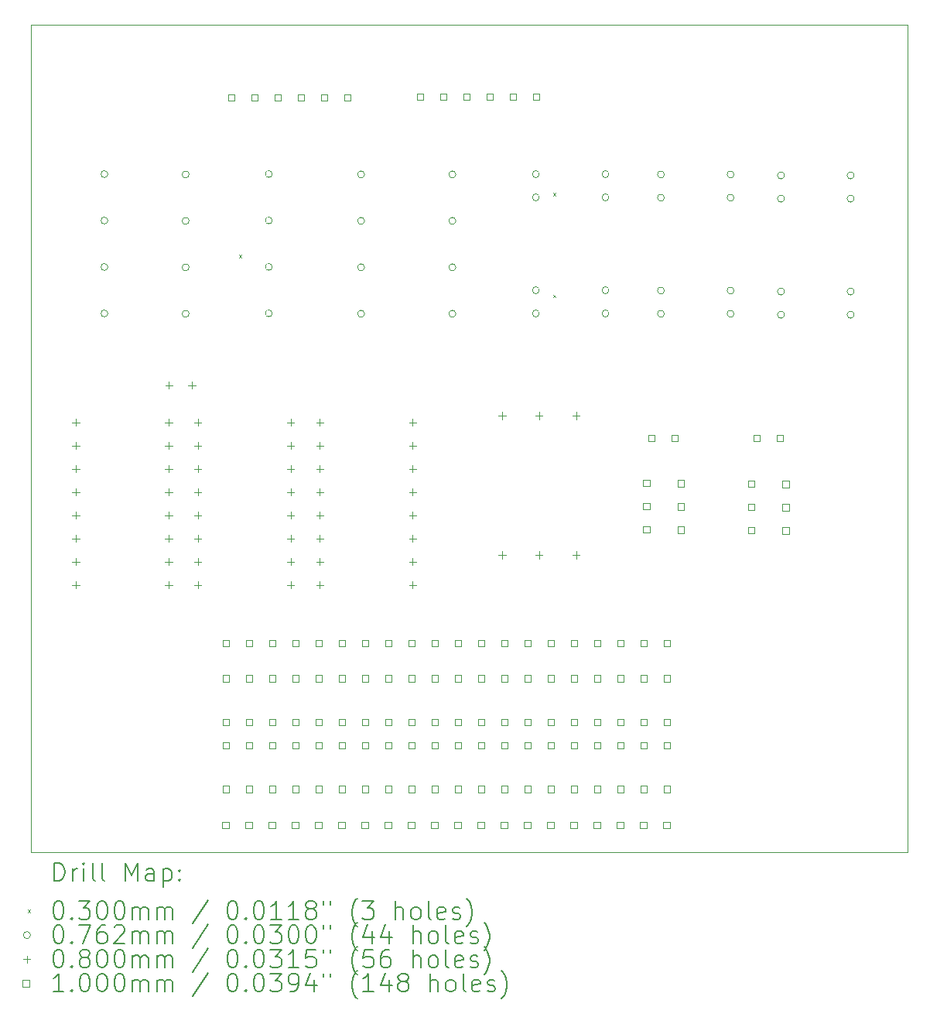
<source format=gbr>
%TF.GenerationSoftware,KiCad,Pcbnew,8.0.3*%
%TF.CreationDate,2024-06-12T06:30:55+01:00*%
%TF.ProjectId,VISIR_Lei_Ohm,56495349-525f-44c6-9569-5f4f686d2e6b,rev?*%
%TF.SameCoordinates,Original*%
%TF.FileFunction,Drillmap*%
%TF.FilePolarity,Positive*%
%FSLAX45Y45*%
G04 Gerber Fmt 4.5, Leading zero omitted, Abs format (unit mm)*
G04 Created by KiCad (PCBNEW 8.0.3) date 2024-06-12 06:30:55*
%MOMM*%
%LPD*%
G01*
G04 APERTURE LIST*
%ADD10C,0.050000*%
%ADD11C,0.200000*%
%ADD12C,0.100000*%
G04 APERTURE END LIST*
D10*
X12061000Y-3025000D02*
X21659000Y-3025000D01*
X21659000Y-12080000D01*
X12061000Y-12080000D01*
X12061000Y-3025000D01*
D11*
D12*
X14338800Y-5543640D02*
X14368800Y-5573640D01*
X14368800Y-5543640D02*
X14338800Y-5573640D01*
X17777890Y-4867630D02*
X17807890Y-4897630D01*
X17807890Y-4867630D02*
X17777890Y-4897630D01*
X17777890Y-5982450D02*
X17807890Y-6012450D01*
X17807890Y-5982450D02*
X17777890Y-6012450D01*
X12906100Y-4662000D02*
G75*
G02*
X12829900Y-4662000I-38100J0D01*
G01*
X12829900Y-4662000D02*
G75*
G02*
X12906100Y-4662000I38100J0D01*
G01*
X12906100Y-5170000D02*
G75*
G02*
X12829900Y-5170000I-38100J0D01*
G01*
X12829900Y-5170000D02*
G75*
G02*
X12906100Y-5170000I38100J0D01*
G01*
X12906100Y-5678000D02*
G75*
G02*
X12829900Y-5678000I-38100J0D01*
G01*
X12829900Y-5678000D02*
G75*
G02*
X12906100Y-5678000I38100J0D01*
G01*
X12906100Y-6186000D02*
G75*
G02*
X12829900Y-6186000I-38100J0D01*
G01*
X12829900Y-6186000D02*
G75*
G02*
X12906100Y-6186000I38100J0D01*
G01*
X13795100Y-4666000D02*
G75*
G02*
X13718900Y-4666000I-38100J0D01*
G01*
X13718900Y-4666000D02*
G75*
G02*
X13795100Y-4666000I38100J0D01*
G01*
X13795100Y-5174000D02*
G75*
G02*
X13718900Y-5174000I-38100J0D01*
G01*
X13718900Y-5174000D02*
G75*
G02*
X13795100Y-5174000I38100J0D01*
G01*
X13795100Y-5682000D02*
G75*
G02*
X13718900Y-5682000I-38100J0D01*
G01*
X13718900Y-5682000D02*
G75*
G02*
X13795100Y-5682000I38100J0D01*
G01*
X13795100Y-6190000D02*
G75*
G02*
X13718900Y-6190000I-38100J0D01*
G01*
X13718900Y-6190000D02*
G75*
G02*
X13795100Y-6190000I38100J0D01*
G01*
X14705100Y-4661000D02*
G75*
G02*
X14628900Y-4661000I-38100J0D01*
G01*
X14628900Y-4661000D02*
G75*
G02*
X14705100Y-4661000I38100J0D01*
G01*
X14705100Y-5169000D02*
G75*
G02*
X14628900Y-5169000I-38100J0D01*
G01*
X14628900Y-5169000D02*
G75*
G02*
X14705100Y-5169000I38100J0D01*
G01*
X14705100Y-5677000D02*
G75*
G02*
X14628900Y-5677000I-38100J0D01*
G01*
X14628900Y-5677000D02*
G75*
G02*
X14705100Y-5677000I38100J0D01*
G01*
X14705100Y-6185000D02*
G75*
G02*
X14628900Y-6185000I-38100J0D01*
G01*
X14628900Y-6185000D02*
G75*
G02*
X14705100Y-6185000I38100J0D01*
G01*
X15715100Y-4666000D02*
G75*
G02*
X15638900Y-4666000I-38100J0D01*
G01*
X15638900Y-4666000D02*
G75*
G02*
X15715100Y-4666000I38100J0D01*
G01*
X15715100Y-5174000D02*
G75*
G02*
X15638900Y-5174000I-38100J0D01*
G01*
X15638900Y-5174000D02*
G75*
G02*
X15715100Y-5174000I38100J0D01*
G01*
X15715100Y-5682000D02*
G75*
G02*
X15638900Y-5682000I-38100J0D01*
G01*
X15638900Y-5682000D02*
G75*
G02*
X15715100Y-5682000I38100J0D01*
G01*
X15715100Y-6190000D02*
G75*
G02*
X15638900Y-6190000I-38100J0D01*
G01*
X15638900Y-6190000D02*
G75*
G02*
X15715100Y-6190000I38100J0D01*
G01*
X16714100Y-4666000D02*
G75*
G02*
X16637900Y-4666000I-38100J0D01*
G01*
X16637900Y-4666000D02*
G75*
G02*
X16714100Y-4666000I38100J0D01*
G01*
X16714100Y-5174000D02*
G75*
G02*
X16637900Y-5174000I-38100J0D01*
G01*
X16637900Y-5174000D02*
G75*
G02*
X16714100Y-5174000I38100J0D01*
G01*
X16714100Y-5682000D02*
G75*
G02*
X16637900Y-5682000I-38100J0D01*
G01*
X16637900Y-5682000D02*
G75*
G02*
X16714100Y-5682000I38100J0D01*
G01*
X16714100Y-6190000D02*
G75*
G02*
X16637900Y-6190000I-38100J0D01*
G01*
X16637900Y-6190000D02*
G75*
G02*
X16714100Y-6190000I38100J0D01*
G01*
X17627100Y-4662000D02*
G75*
G02*
X17550900Y-4662000I-38100J0D01*
G01*
X17550900Y-4662000D02*
G75*
G02*
X17627100Y-4662000I38100J0D01*
G01*
X17627100Y-4916000D02*
G75*
G02*
X17550900Y-4916000I-38100J0D01*
G01*
X17550900Y-4916000D02*
G75*
G02*
X17627100Y-4916000I38100J0D01*
G01*
X17627100Y-5932000D02*
G75*
G02*
X17550900Y-5932000I-38100J0D01*
G01*
X17550900Y-5932000D02*
G75*
G02*
X17627100Y-5932000I38100J0D01*
G01*
X17627100Y-6186000D02*
G75*
G02*
X17550900Y-6186000I-38100J0D01*
G01*
X17550900Y-6186000D02*
G75*
G02*
X17627100Y-6186000I38100J0D01*
G01*
X18389100Y-4662000D02*
G75*
G02*
X18312900Y-4662000I-38100J0D01*
G01*
X18312900Y-4662000D02*
G75*
G02*
X18389100Y-4662000I38100J0D01*
G01*
X18389100Y-4916000D02*
G75*
G02*
X18312900Y-4916000I-38100J0D01*
G01*
X18312900Y-4916000D02*
G75*
G02*
X18389100Y-4916000I38100J0D01*
G01*
X18389100Y-5932000D02*
G75*
G02*
X18312900Y-5932000I-38100J0D01*
G01*
X18312900Y-5932000D02*
G75*
G02*
X18389100Y-5932000I38100J0D01*
G01*
X18389100Y-6186000D02*
G75*
G02*
X18312900Y-6186000I-38100J0D01*
G01*
X18312900Y-6186000D02*
G75*
G02*
X18389100Y-6186000I38100J0D01*
G01*
X18996100Y-4666000D02*
G75*
G02*
X18919900Y-4666000I-38100J0D01*
G01*
X18919900Y-4666000D02*
G75*
G02*
X18996100Y-4666000I38100J0D01*
G01*
X18996100Y-4920000D02*
G75*
G02*
X18919900Y-4920000I-38100J0D01*
G01*
X18919900Y-4920000D02*
G75*
G02*
X18996100Y-4920000I38100J0D01*
G01*
X18996100Y-5936000D02*
G75*
G02*
X18919900Y-5936000I-38100J0D01*
G01*
X18919900Y-5936000D02*
G75*
G02*
X18996100Y-5936000I38100J0D01*
G01*
X18996100Y-6190000D02*
G75*
G02*
X18919900Y-6190000I-38100J0D01*
G01*
X18919900Y-6190000D02*
G75*
G02*
X18996100Y-6190000I38100J0D01*
G01*
X19758100Y-4666000D02*
G75*
G02*
X19681900Y-4666000I-38100J0D01*
G01*
X19681900Y-4666000D02*
G75*
G02*
X19758100Y-4666000I38100J0D01*
G01*
X19758100Y-4920000D02*
G75*
G02*
X19681900Y-4920000I-38100J0D01*
G01*
X19681900Y-4920000D02*
G75*
G02*
X19758100Y-4920000I38100J0D01*
G01*
X19758100Y-5936000D02*
G75*
G02*
X19681900Y-5936000I-38100J0D01*
G01*
X19681900Y-5936000D02*
G75*
G02*
X19758100Y-5936000I38100J0D01*
G01*
X19758100Y-6190000D02*
G75*
G02*
X19681900Y-6190000I-38100J0D01*
G01*
X19681900Y-6190000D02*
G75*
G02*
X19758100Y-6190000I38100J0D01*
G01*
X20310100Y-4676000D02*
G75*
G02*
X20233900Y-4676000I-38100J0D01*
G01*
X20233900Y-4676000D02*
G75*
G02*
X20310100Y-4676000I38100J0D01*
G01*
X20310100Y-4930000D02*
G75*
G02*
X20233900Y-4930000I-38100J0D01*
G01*
X20233900Y-4930000D02*
G75*
G02*
X20310100Y-4930000I38100J0D01*
G01*
X20310100Y-5946000D02*
G75*
G02*
X20233900Y-5946000I-38100J0D01*
G01*
X20233900Y-5946000D02*
G75*
G02*
X20310100Y-5946000I38100J0D01*
G01*
X20310100Y-6200000D02*
G75*
G02*
X20233900Y-6200000I-38100J0D01*
G01*
X20233900Y-6200000D02*
G75*
G02*
X20310100Y-6200000I38100J0D01*
G01*
X21072100Y-4676000D02*
G75*
G02*
X20995900Y-4676000I-38100J0D01*
G01*
X20995900Y-4676000D02*
G75*
G02*
X21072100Y-4676000I38100J0D01*
G01*
X21072100Y-4930000D02*
G75*
G02*
X20995900Y-4930000I-38100J0D01*
G01*
X20995900Y-4930000D02*
G75*
G02*
X21072100Y-4930000I38100J0D01*
G01*
X21072100Y-5946000D02*
G75*
G02*
X20995900Y-5946000I-38100J0D01*
G01*
X20995900Y-5946000D02*
G75*
G02*
X21072100Y-5946000I38100J0D01*
G01*
X21072100Y-6200000D02*
G75*
G02*
X20995900Y-6200000I-38100J0D01*
G01*
X20995900Y-6200000D02*
G75*
G02*
X21072100Y-6200000I38100J0D01*
G01*
X12555000Y-7338000D02*
X12555000Y-7418000D01*
X12515000Y-7378000D02*
X12595000Y-7378000D01*
X12555000Y-7592000D02*
X12555000Y-7672000D01*
X12515000Y-7632000D02*
X12595000Y-7632000D01*
X12555000Y-7846000D02*
X12555000Y-7926000D01*
X12515000Y-7886000D02*
X12595000Y-7886000D01*
X12555000Y-8100000D02*
X12555000Y-8180000D01*
X12515000Y-8140000D02*
X12595000Y-8140000D01*
X12555000Y-8354000D02*
X12555000Y-8434000D01*
X12515000Y-8394000D02*
X12595000Y-8394000D01*
X12555000Y-8608000D02*
X12555000Y-8688000D01*
X12515000Y-8648000D02*
X12595000Y-8648000D01*
X12555000Y-8862000D02*
X12555000Y-8942000D01*
X12515000Y-8902000D02*
X12595000Y-8902000D01*
X12555000Y-9116000D02*
X12555000Y-9196000D01*
X12515000Y-9156000D02*
X12595000Y-9156000D01*
X13571000Y-7338000D02*
X13571000Y-7418000D01*
X13531000Y-7378000D02*
X13611000Y-7378000D01*
X13571000Y-7592000D02*
X13571000Y-7672000D01*
X13531000Y-7632000D02*
X13611000Y-7632000D01*
X13571000Y-7846000D02*
X13571000Y-7926000D01*
X13531000Y-7886000D02*
X13611000Y-7886000D01*
X13571000Y-8100000D02*
X13571000Y-8180000D01*
X13531000Y-8140000D02*
X13611000Y-8140000D01*
X13571000Y-8354000D02*
X13571000Y-8434000D01*
X13531000Y-8394000D02*
X13611000Y-8394000D01*
X13571000Y-8608000D02*
X13571000Y-8688000D01*
X13531000Y-8648000D02*
X13611000Y-8648000D01*
X13571000Y-8862000D02*
X13571000Y-8942000D01*
X13531000Y-8902000D02*
X13611000Y-8902000D01*
X13571000Y-9116000D02*
X13571000Y-9196000D01*
X13531000Y-9156000D02*
X13611000Y-9156000D01*
X13575000Y-6930000D02*
X13575000Y-7010000D01*
X13535000Y-6970000D02*
X13615000Y-6970000D01*
X13825000Y-6930000D02*
X13825000Y-7010000D01*
X13785000Y-6970000D02*
X13865000Y-6970000D01*
X13890000Y-7338000D02*
X13890000Y-7418000D01*
X13850000Y-7378000D02*
X13930000Y-7378000D01*
X13890000Y-7592000D02*
X13890000Y-7672000D01*
X13850000Y-7632000D02*
X13930000Y-7632000D01*
X13890000Y-7846000D02*
X13890000Y-7926000D01*
X13850000Y-7886000D02*
X13930000Y-7886000D01*
X13890000Y-8100000D02*
X13890000Y-8180000D01*
X13850000Y-8140000D02*
X13930000Y-8140000D01*
X13890000Y-8354000D02*
X13890000Y-8434000D01*
X13850000Y-8394000D02*
X13930000Y-8394000D01*
X13890000Y-8608000D02*
X13890000Y-8688000D01*
X13850000Y-8648000D02*
X13930000Y-8648000D01*
X13890000Y-8862000D02*
X13890000Y-8942000D01*
X13850000Y-8902000D02*
X13930000Y-8902000D01*
X13890000Y-9116000D02*
X13890000Y-9196000D01*
X13850000Y-9156000D02*
X13930000Y-9156000D01*
X14906000Y-7338000D02*
X14906000Y-7418000D01*
X14866000Y-7378000D02*
X14946000Y-7378000D01*
X14906000Y-7592000D02*
X14906000Y-7672000D01*
X14866000Y-7632000D02*
X14946000Y-7632000D01*
X14906000Y-7846000D02*
X14906000Y-7926000D01*
X14866000Y-7886000D02*
X14946000Y-7886000D01*
X14906000Y-8100000D02*
X14906000Y-8180000D01*
X14866000Y-8140000D02*
X14946000Y-8140000D01*
X14906000Y-8354000D02*
X14906000Y-8434000D01*
X14866000Y-8394000D02*
X14946000Y-8394000D01*
X14906000Y-8608000D02*
X14906000Y-8688000D01*
X14866000Y-8648000D02*
X14946000Y-8648000D01*
X14906000Y-8862000D02*
X14906000Y-8942000D01*
X14866000Y-8902000D02*
X14946000Y-8902000D01*
X14906000Y-9116000D02*
X14906000Y-9196000D01*
X14866000Y-9156000D02*
X14946000Y-9156000D01*
X15225000Y-7338000D02*
X15225000Y-7418000D01*
X15185000Y-7378000D02*
X15265000Y-7378000D01*
X15225000Y-7592000D02*
X15225000Y-7672000D01*
X15185000Y-7632000D02*
X15265000Y-7632000D01*
X15225000Y-7846000D02*
X15225000Y-7926000D01*
X15185000Y-7886000D02*
X15265000Y-7886000D01*
X15225000Y-8100000D02*
X15225000Y-8180000D01*
X15185000Y-8140000D02*
X15265000Y-8140000D01*
X15225000Y-8354000D02*
X15225000Y-8434000D01*
X15185000Y-8394000D02*
X15265000Y-8394000D01*
X15225000Y-8608000D02*
X15225000Y-8688000D01*
X15185000Y-8648000D02*
X15265000Y-8648000D01*
X15225000Y-8862000D02*
X15225000Y-8942000D01*
X15185000Y-8902000D02*
X15265000Y-8902000D01*
X15225000Y-9116000D02*
X15225000Y-9196000D01*
X15185000Y-9156000D02*
X15265000Y-9156000D01*
X16241000Y-7338000D02*
X16241000Y-7418000D01*
X16201000Y-7378000D02*
X16281000Y-7378000D01*
X16241000Y-7592000D02*
X16241000Y-7672000D01*
X16201000Y-7632000D02*
X16281000Y-7632000D01*
X16241000Y-7846000D02*
X16241000Y-7926000D01*
X16201000Y-7886000D02*
X16281000Y-7886000D01*
X16241000Y-8100000D02*
X16241000Y-8180000D01*
X16201000Y-8140000D02*
X16281000Y-8140000D01*
X16241000Y-8354000D02*
X16241000Y-8434000D01*
X16201000Y-8394000D02*
X16281000Y-8394000D01*
X16241000Y-8608000D02*
X16241000Y-8688000D01*
X16201000Y-8648000D02*
X16281000Y-8648000D01*
X16241000Y-8862000D02*
X16241000Y-8942000D01*
X16201000Y-8902000D02*
X16281000Y-8902000D01*
X16241000Y-9116000D02*
X16241000Y-9196000D01*
X16201000Y-9156000D02*
X16281000Y-9156000D01*
X17220000Y-7266000D02*
X17220000Y-7346000D01*
X17180000Y-7306000D02*
X17260000Y-7306000D01*
X17220000Y-8790000D02*
X17220000Y-8870000D01*
X17180000Y-8830000D02*
X17260000Y-8830000D01*
X17625000Y-7266000D02*
X17625000Y-7346000D01*
X17585000Y-7306000D02*
X17665000Y-7306000D01*
X17625000Y-8790000D02*
X17625000Y-8870000D01*
X17585000Y-8830000D02*
X17665000Y-8830000D01*
X18030000Y-7266000D02*
X18030000Y-7346000D01*
X17990000Y-7306000D02*
X18070000Y-7306000D01*
X18030000Y-8790000D02*
X18030000Y-8870000D01*
X17990000Y-8830000D02*
X18070000Y-8830000D01*
X14229356Y-11820356D02*
X14229356Y-11749644D01*
X14158644Y-11749644D01*
X14158644Y-11820356D01*
X14229356Y-11820356D01*
X14232356Y-11425356D02*
X14232356Y-11354644D01*
X14161644Y-11354644D01*
X14161644Y-11425356D01*
X14232356Y-11425356D01*
X14233356Y-10691356D02*
X14233356Y-10620644D01*
X14162644Y-10620644D01*
X14162644Y-10691356D01*
X14233356Y-10691356D01*
X14233356Y-10945356D02*
X14233356Y-10874644D01*
X14162644Y-10874644D01*
X14162644Y-10945356D01*
X14233356Y-10945356D01*
X14234356Y-9830356D02*
X14234356Y-9759644D01*
X14163644Y-9759644D01*
X14163644Y-9830356D01*
X14234356Y-9830356D01*
X14235356Y-10215356D02*
X14235356Y-10144644D01*
X14164644Y-10144644D01*
X14164644Y-10215356D01*
X14235356Y-10215356D01*
X14294356Y-3858356D02*
X14294356Y-3787644D01*
X14223644Y-3787644D01*
X14223644Y-3858356D01*
X14294356Y-3858356D01*
X14483356Y-11820356D02*
X14483356Y-11749644D01*
X14412644Y-11749644D01*
X14412644Y-11820356D01*
X14483356Y-11820356D01*
X14486356Y-11425356D02*
X14486356Y-11354644D01*
X14415644Y-11354644D01*
X14415644Y-11425356D01*
X14486356Y-11425356D01*
X14487356Y-10691356D02*
X14487356Y-10620644D01*
X14416644Y-10620644D01*
X14416644Y-10691356D01*
X14487356Y-10691356D01*
X14487356Y-10945356D02*
X14487356Y-10874644D01*
X14416644Y-10874644D01*
X14416644Y-10945356D01*
X14487356Y-10945356D01*
X14488356Y-9830356D02*
X14488356Y-9759644D01*
X14417644Y-9759644D01*
X14417644Y-9830356D01*
X14488356Y-9830356D01*
X14489356Y-10215356D02*
X14489356Y-10144644D01*
X14418644Y-10144644D01*
X14418644Y-10215356D01*
X14489356Y-10215356D01*
X14548356Y-3858356D02*
X14548356Y-3787644D01*
X14477644Y-3787644D01*
X14477644Y-3858356D01*
X14548356Y-3858356D01*
X14737356Y-11820356D02*
X14737356Y-11749644D01*
X14666644Y-11749644D01*
X14666644Y-11820356D01*
X14737356Y-11820356D01*
X14740356Y-11425356D02*
X14740356Y-11354644D01*
X14669644Y-11354644D01*
X14669644Y-11425356D01*
X14740356Y-11425356D01*
X14741356Y-10691356D02*
X14741356Y-10620644D01*
X14670644Y-10620644D01*
X14670644Y-10691356D01*
X14741356Y-10691356D01*
X14741356Y-10945356D02*
X14741356Y-10874644D01*
X14670644Y-10874644D01*
X14670644Y-10945356D01*
X14741356Y-10945356D01*
X14742356Y-9830356D02*
X14742356Y-9759644D01*
X14671644Y-9759644D01*
X14671644Y-9830356D01*
X14742356Y-9830356D01*
X14743356Y-10215356D02*
X14743356Y-10144644D01*
X14672644Y-10144644D01*
X14672644Y-10215356D01*
X14743356Y-10215356D01*
X14802356Y-3858356D02*
X14802356Y-3787644D01*
X14731644Y-3787644D01*
X14731644Y-3858356D01*
X14802356Y-3858356D01*
X14991356Y-11820356D02*
X14991356Y-11749644D01*
X14920644Y-11749644D01*
X14920644Y-11820356D01*
X14991356Y-11820356D01*
X14994356Y-11425356D02*
X14994356Y-11354644D01*
X14923644Y-11354644D01*
X14923644Y-11425356D01*
X14994356Y-11425356D01*
X14995356Y-10691356D02*
X14995356Y-10620644D01*
X14924644Y-10620644D01*
X14924644Y-10691356D01*
X14995356Y-10691356D01*
X14995356Y-10945356D02*
X14995356Y-10874644D01*
X14924644Y-10874644D01*
X14924644Y-10945356D01*
X14995356Y-10945356D01*
X14996356Y-9830356D02*
X14996356Y-9759644D01*
X14925644Y-9759644D01*
X14925644Y-9830356D01*
X14996356Y-9830356D01*
X14997356Y-10215356D02*
X14997356Y-10144644D01*
X14926644Y-10144644D01*
X14926644Y-10215356D01*
X14997356Y-10215356D01*
X15056356Y-3858356D02*
X15056356Y-3787644D01*
X14985644Y-3787644D01*
X14985644Y-3858356D01*
X15056356Y-3858356D01*
X15245356Y-11820356D02*
X15245356Y-11749644D01*
X15174644Y-11749644D01*
X15174644Y-11820356D01*
X15245356Y-11820356D01*
X15248356Y-11425356D02*
X15248356Y-11354644D01*
X15177644Y-11354644D01*
X15177644Y-11425356D01*
X15248356Y-11425356D01*
X15249356Y-10691356D02*
X15249356Y-10620644D01*
X15178644Y-10620644D01*
X15178644Y-10691356D01*
X15249356Y-10691356D01*
X15249356Y-10945356D02*
X15249356Y-10874644D01*
X15178644Y-10874644D01*
X15178644Y-10945356D01*
X15249356Y-10945356D01*
X15250356Y-9830356D02*
X15250356Y-9759644D01*
X15179644Y-9759644D01*
X15179644Y-9830356D01*
X15250356Y-9830356D01*
X15251356Y-10215356D02*
X15251356Y-10144644D01*
X15180644Y-10144644D01*
X15180644Y-10215356D01*
X15251356Y-10215356D01*
X15310356Y-3858356D02*
X15310356Y-3787644D01*
X15239644Y-3787644D01*
X15239644Y-3858356D01*
X15310356Y-3858356D01*
X15499356Y-11820356D02*
X15499356Y-11749644D01*
X15428644Y-11749644D01*
X15428644Y-11820356D01*
X15499356Y-11820356D01*
X15502356Y-11425356D02*
X15502356Y-11354644D01*
X15431644Y-11354644D01*
X15431644Y-11425356D01*
X15502356Y-11425356D01*
X15503356Y-10691356D02*
X15503356Y-10620644D01*
X15432644Y-10620644D01*
X15432644Y-10691356D01*
X15503356Y-10691356D01*
X15503356Y-10945356D02*
X15503356Y-10874644D01*
X15432644Y-10874644D01*
X15432644Y-10945356D01*
X15503356Y-10945356D01*
X15504356Y-9830356D02*
X15504356Y-9759644D01*
X15433644Y-9759644D01*
X15433644Y-9830356D01*
X15504356Y-9830356D01*
X15505356Y-10215356D02*
X15505356Y-10144644D01*
X15434644Y-10144644D01*
X15434644Y-10215356D01*
X15505356Y-10215356D01*
X15564356Y-3858356D02*
X15564356Y-3787644D01*
X15493644Y-3787644D01*
X15493644Y-3858356D01*
X15564356Y-3858356D01*
X15753356Y-11820356D02*
X15753356Y-11749644D01*
X15682644Y-11749644D01*
X15682644Y-11820356D01*
X15753356Y-11820356D01*
X15756356Y-11425356D02*
X15756356Y-11354644D01*
X15685644Y-11354644D01*
X15685644Y-11425356D01*
X15756356Y-11425356D01*
X15757356Y-10691356D02*
X15757356Y-10620644D01*
X15686644Y-10620644D01*
X15686644Y-10691356D01*
X15757356Y-10691356D01*
X15757356Y-10945356D02*
X15757356Y-10874644D01*
X15686644Y-10874644D01*
X15686644Y-10945356D01*
X15757356Y-10945356D01*
X15758356Y-9830356D02*
X15758356Y-9759644D01*
X15687644Y-9759644D01*
X15687644Y-9830356D01*
X15758356Y-9830356D01*
X15759356Y-10215356D02*
X15759356Y-10144644D01*
X15688644Y-10144644D01*
X15688644Y-10215356D01*
X15759356Y-10215356D01*
X16007356Y-11820356D02*
X16007356Y-11749644D01*
X15936644Y-11749644D01*
X15936644Y-11820356D01*
X16007356Y-11820356D01*
X16010356Y-11425356D02*
X16010356Y-11354644D01*
X15939644Y-11354644D01*
X15939644Y-11425356D01*
X16010356Y-11425356D01*
X16011356Y-10691356D02*
X16011356Y-10620644D01*
X15940644Y-10620644D01*
X15940644Y-10691356D01*
X16011356Y-10691356D01*
X16011356Y-10945356D02*
X16011356Y-10874644D01*
X15940644Y-10874644D01*
X15940644Y-10945356D01*
X16011356Y-10945356D01*
X16012356Y-9830356D02*
X16012356Y-9759644D01*
X15941644Y-9759644D01*
X15941644Y-9830356D01*
X16012356Y-9830356D01*
X16013356Y-10215356D02*
X16013356Y-10144644D01*
X15942644Y-10144644D01*
X15942644Y-10215356D01*
X16013356Y-10215356D01*
X16261356Y-11820356D02*
X16261356Y-11749644D01*
X16190644Y-11749644D01*
X16190644Y-11820356D01*
X16261356Y-11820356D01*
X16264356Y-11425356D02*
X16264356Y-11354644D01*
X16193644Y-11354644D01*
X16193644Y-11425356D01*
X16264356Y-11425356D01*
X16265356Y-10691356D02*
X16265356Y-10620644D01*
X16194644Y-10620644D01*
X16194644Y-10691356D01*
X16265356Y-10691356D01*
X16265356Y-10945356D02*
X16265356Y-10874644D01*
X16194644Y-10874644D01*
X16194644Y-10945356D01*
X16265356Y-10945356D01*
X16266356Y-9830356D02*
X16266356Y-9759644D01*
X16195644Y-9759644D01*
X16195644Y-9830356D01*
X16266356Y-9830356D01*
X16267356Y-10215356D02*
X16267356Y-10144644D01*
X16196644Y-10144644D01*
X16196644Y-10215356D01*
X16267356Y-10215356D01*
X16360356Y-3853356D02*
X16360356Y-3782644D01*
X16289644Y-3782644D01*
X16289644Y-3853356D01*
X16360356Y-3853356D01*
X16515356Y-11820356D02*
X16515356Y-11749644D01*
X16444644Y-11749644D01*
X16444644Y-11820356D01*
X16515356Y-11820356D01*
X16518356Y-11425356D02*
X16518356Y-11354644D01*
X16447644Y-11354644D01*
X16447644Y-11425356D01*
X16518356Y-11425356D01*
X16519356Y-10691356D02*
X16519356Y-10620644D01*
X16448644Y-10620644D01*
X16448644Y-10691356D01*
X16519356Y-10691356D01*
X16519356Y-10945356D02*
X16519356Y-10874644D01*
X16448644Y-10874644D01*
X16448644Y-10945356D01*
X16519356Y-10945356D01*
X16520356Y-9830356D02*
X16520356Y-9759644D01*
X16449644Y-9759644D01*
X16449644Y-9830356D01*
X16520356Y-9830356D01*
X16521356Y-10215356D02*
X16521356Y-10144644D01*
X16450644Y-10144644D01*
X16450644Y-10215356D01*
X16521356Y-10215356D01*
X16614356Y-3853356D02*
X16614356Y-3782644D01*
X16543644Y-3782644D01*
X16543644Y-3853356D01*
X16614356Y-3853356D01*
X16769356Y-11820356D02*
X16769356Y-11749644D01*
X16698644Y-11749644D01*
X16698644Y-11820356D01*
X16769356Y-11820356D01*
X16772356Y-11425356D02*
X16772356Y-11354644D01*
X16701644Y-11354644D01*
X16701644Y-11425356D01*
X16772356Y-11425356D01*
X16773356Y-10691356D02*
X16773356Y-10620644D01*
X16702644Y-10620644D01*
X16702644Y-10691356D01*
X16773356Y-10691356D01*
X16773356Y-10945356D02*
X16773356Y-10874644D01*
X16702644Y-10874644D01*
X16702644Y-10945356D01*
X16773356Y-10945356D01*
X16774356Y-9830356D02*
X16774356Y-9759644D01*
X16703644Y-9759644D01*
X16703644Y-9830356D01*
X16774356Y-9830356D01*
X16775356Y-10215356D02*
X16775356Y-10144644D01*
X16704644Y-10144644D01*
X16704644Y-10215356D01*
X16775356Y-10215356D01*
X16868356Y-3853356D02*
X16868356Y-3782644D01*
X16797644Y-3782644D01*
X16797644Y-3853356D01*
X16868356Y-3853356D01*
X17023356Y-11820356D02*
X17023356Y-11749644D01*
X16952644Y-11749644D01*
X16952644Y-11820356D01*
X17023356Y-11820356D01*
X17026356Y-11425356D02*
X17026356Y-11354644D01*
X16955644Y-11354644D01*
X16955644Y-11425356D01*
X17026356Y-11425356D01*
X17027356Y-10691356D02*
X17027356Y-10620644D01*
X16956644Y-10620644D01*
X16956644Y-10691356D01*
X17027356Y-10691356D01*
X17027356Y-10945356D02*
X17027356Y-10874644D01*
X16956644Y-10874644D01*
X16956644Y-10945356D01*
X17027356Y-10945356D01*
X17028356Y-9830356D02*
X17028356Y-9759644D01*
X16957644Y-9759644D01*
X16957644Y-9830356D01*
X17028356Y-9830356D01*
X17029356Y-10215356D02*
X17029356Y-10144644D01*
X16958644Y-10144644D01*
X16958644Y-10215356D01*
X17029356Y-10215356D01*
X17122356Y-3853356D02*
X17122356Y-3782644D01*
X17051644Y-3782644D01*
X17051644Y-3853356D01*
X17122356Y-3853356D01*
X17277356Y-11820356D02*
X17277356Y-11749644D01*
X17206644Y-11749644D01*
X17206644Y-11820356D01*
X17277356Y-11820356D01*
X17280356Y-11425356D02*
X17280356Y-11354644D01*
X17209644Y-11354644D01*
X17209644Y-11425356D01*
X17280356Y-11425356D01*
X17281356Y-10691356D02*
X17281356Y-10620644D01*
X17210644Y-10620644D01*
X17210644Y-10691356D01*
X17281356Y-10691356D01*
X17281356Y-10945356D02*
X17281356Y-10874644D01*
X17210644Y-10874644D01*
X17210644Y-10945356D01*
X17281356Y-10945356D01*
X17282356Y-9830356D02*
X17282356Y-9759644D01*
X17211644Y-9759644D01*
X17211644Y-9830356D01*
X17282356Y-9830356D01*
X17283356Y-10215356D02*
X17283356Y-10144644D01*
X17212644Y-10144644D01*
X17212644Y-10215356D01*
X17283356Y-10215356D01*
X17376356Y-3853356D02*
X17376356Y-3782644D01*
X17305644Y-3782644D01*
X17305644Y-3853356D01*
X17376356Y-3853356D01*
X17531356Y-11820356D02*
X17531356Y-11749644D01*
X17460644Y-11749644D01*
X17460644Y-11820356D01*
X17531356Y-11820356D01*
X17534356Y-11425356D02*
X17534356Y-11354644D01*
X17463644Y-11354644D01*
X17463644Y-11425356D01*
X17534356Y-11425356D01*
X17535356Y-10691356D02*
X17535356Y-10620644D01*
X17464644Y-10620644D01*
X17464644Y-10691356D01*
X17535356Y-10691356D01*
X17535356Y-10945356D02*
X17535356Y-10874644D01*
X17464644Y-10874644D01*
X17464644Y-10945356D01*
X17535356Y-10945356D01*
X17536356Y-9830356D02*
X17536356Y-9759644D01*
X17465644Y-9759644D01*
X17465644Y-9830356D01*
X17536356Y-9830356D01*
X17537356Y-10215356D02*
X17537356Y-10144644D01*
X17466644Y-10144644D01*
X17466644Y-10215356D01*
X17537356Y-10215356D01*
X17630356Y-3853356D02*
X17630356Y-3782644D01*
X17559644Y-3782644D01*
X17559644Y-3853356D01*
X17630356Y-3853356D01*
X17785356Y-11820356D02*
X17785356Y-11749644D01*
X17714644Y-11749644D01*
X17714644Y-11820356D01*
X17785356Y-11820356D01*
X17788356Y-11425356D02*
X17788356Y-11354644D01*
X17717644Y-11354644D01*
X17717644Y-11425356D01*
X17788356Y-11425356D01*
X17789356Y-10691356D02*
X17789356Y-10620644D01*
X17718644Y-10620644D01*
X17718644Y-10691356D01*
X17789356Y-10691356D01*
X17789356Y-10945356D02*
X17789356Y-10874644D01*
X17718644Y-10874644D01*
X17718644Y-10945356D01*
X17789356Y-10945356D01*
X17790356Y-9830356D02*
X17790356Y-9759644D01*
X17719644Y-9759644D01*
X17719644Y-9830356D01*
X17790356Y-9830356D01*
X17791356Y-10215356D02*
X17791356Y-10144644D01*
X17720644Y-10144644D01*
X17720644Y-10215356D01*
X17791356Y-10215356D01*
X18039356Y-11820356D02*
X18039356Y-11749644D01*
X17968644Y-11749644D01*
X17968644Y-11820356D01*
X18039356Y-11820356D01*
X18042356Y-11425356D02*
X18042356Y-11354644D01*
X17971644Y-11354644D01*
X17971644Y-11425356D01*
X18042356Y-11425356D01*
X18043356Y-10691356D02*
X18043356Y-10620644D01*
X17972644Y-10620644D01*
X17972644Y-10691356D01*
X18043356Y-10691356D01*
X18043356Y-10945356D02*
X18043356Y-10874644D01*
X17972644Y-10874644D01*
X17972644Y-10945356D01*
X18043356Y-10945356D01*
X18044356Y-9830356D02*
X18044356Y-9759644D01*
X17973644Y-9759644D01*
X17973644Y-9830356D01*
X18044356Y-9830356D01*
X18045356Y-10215356D02*
X18045356Y-10144644D01*
X17974644Y-10144644D01*
X17974644Y-10215356D01*
X18045356Y-10215356D01*
X18293356Y-11820356D02*
X18293356Y-11749644D01*
X18222644Y-11749644D01*
X18222644Y-11820356D01*
X18293356Y-11820356D01*
X18296356Y-11425356D02*
X18296356Y-11354644D01*
X18225644Y-11354644D01*
X18225644Y-11425356D01*
X18296356Y-11425356D01*
X18297356Y-10691356D02*
X18297356Y-10620644D01*
X18226644Y-10620644D01*
X18226644Y-10691356D01*
X18297356Y-10691356D01*
X18297356Y-10945356D02*
X18297356Y-10874644D01*
X18226644Y-10874644D01*
X18226644Y-10945356D01*
X18297356Y-10945356D01*
X18298356Y-9830356D02*
X18298356Y-9759644D01*
X18227644Y-9759644D01*
X18227644Y-9830356D01*
X18298356Y-9830356D01*
X18299356Y-10215356D02*
X18299356Y-10144644D01*
X18228644Y-10144644D01*
X18228644Y-10215356D01*
X18299356Y-10215356D01*
X18547356Y-11820356D02*
X18547356Y-11749644D01*
X18476644Y-11749644D01*
X18476644Y-11820356D01*
X18547356Y-11820356D01*
X18550356Y-11425356D02*
X18550356Y-11354644D01*
X18479644Y-11354644D01*
X18479644Y-11425356D01*
X18550356Y-11425356D01*
X18551356Y-10691356D02*
X18551356Y-10620644D01*
X18480644Y-10620644D01*
X18480644Y-10691356D01*
X18551356Y-10691356D01*
X18551356Y-10945356D02*
X18551356Y-10874644D01*
X18480644Y-10874644D01*
X18480644Y-10945356D01*
X18551356Y-10945356D01*
X18552356Y-9830356D02*
X18552356Y-9759644D01*
X18481644Y-9759644D01*
X18481644Y-9830356D01*
X18552356Y-9830356D01*
X18553356Y-10215356D02*
X18553356Y-10144644D01*
X18482644Y-10144644D01*
X18482644Y-10215356D01*
X18553356Y-10215356D01*
X18801356Y-11820356D02*
X18801356Y-11749644D01*
X18730644Y-11749644D01*
X18730644Y-11820356D01*
X18801356Y-11820356D01*
X18804356Y-11425356D02*
X18804356Y-11354644D01*
X18733644Y-11354644D01*
X18733644Y-11425356D01*
X18804356Y-11425356D01*
X18805356Y-10691356D02*
X18805356Y-10620644D01*
X18734644Y-10620644D01*
X18734644Y-10691356D01*
X18805356Y-10691356D01*
X18805356Y-10945356D02*
X18805356Y-10874644D01*
X18734644Y-10874644D01*
X18734644Y-10945356D01*
X18805356Y-10945356D01*
X18806356Y-9830356D02*
X18806356Y-9759644D01*
X18735644Y-9759644D01*
X18735644Y-9830356D01*
X18806356Y-9830356D01*
X18807356Y-10215356D02*
X18807356Y-10144644D01*
X18736644Y-10144644D01*
X18736644Y-10215356D01*
X18807356Y-10215356D01*
X18835356Y-8077356D02*
X18835356Y-8006644D01*
X18764644Y-8006644D01*
X18764644Y-8077356D01*
X18835356Y-8077356D01*
X18835356Y-8331356D02*
X18835356Y-8260644D01*
X18764644Y-8260644D01*
X18764644Y-8331356D01*
X18835356Y-8331356D01*
X18835356Y-8585356D02*
X18835356Y-8514644D01*
X18764644Y-8514644D01*
X18764644Y-8585356D01*
X18835356Y-8585356D01*
X18891356Y-7585356D02*
X18891356Y-7514644D01*
X18820644Y-7514644D01*
X18820644Y-7585356D01*
X18891356Y-7585356D01*
X19055356Y-11820356D02*
X19055356Y-11749644D01*
X18984644Y-11749644D01*
X18984644Y-11820356D01*
X19055356Y-11820356D01*
X19058356Y-11425356D02*
X19058356Y-11354644D01*
X18987644Y-11354644D01*
X18987644Y-11425356D01*
X19058356Y-11425356D01*
X19059356Y-10691356D02*
X19059356Y-10620644D01*
X18988644Y-10620644D01*
X18988644Y-10691356D01*
X19059356Y-10691356D01*
X19059356Y-10945356D02*
X19059356Y-10874644D01*
X18988644Y-10874644D01*
X18988644Y-10945356D01*
X19059356Y-10945356D01*
X19060356Y-9830356D02*
X19060356Y-9759644D01*
X18989644Y-9759644D01*
X18989644Y-9830356D01*
X19060356Y-9830356D01*
X19061356Y-10215356D02*
X19061356Y-10144644D01*
X18990644Y-10144644D01*
X18990644Y-10215356D01*
X19061356Y-10215356D01*
X19145356Y-7585356D02*
X19145356Y-7514644D01*
X19074644Y-7514644D01*
X19074644Y-7585356D01*
X19145356Y-7585356D01*
X19210356Y-8080356D02*
X19210356Y-8009644D01*
X19139644Y-8009644D01*
X19139644Y-8080356D01*
X19210356Y-8080356D01*
X19210356Y-8334356D02*
X19210356Y-8263644D01*
X19139644Y-8263644D01*
X19139644Y-8334356D01*
X19210356Y-8334356D01*
X19210356Y-8588356D02*
X19210356Y-8517644D01*
X19139644Y-8517644D01*
X19139644Y-8588356D01*
X19210356Y-8588356D01*
X19980356Y-8083356D02*
X19980356Y-8012644D01*
X19909644Y-8012644D01*
X19909644Y-8083356D01*
X19980356Y-8083356D01*
X19980356Y-8337356D02*
X19980356Y-8266644D01*
X19909644Y-8266644D01*
X19909644Y-8337356D01*
X19980356Y-8337356D01*
X19980356Y-8591356D02*
X19980356Y-8520644D01*
X19909644Y-8520644D01*
X19909644Y-8591356D01*
X19980356Y-8591356D01*
X20040356Y-7583356D02*
X20040356Y-7512644D01*
X19969644Y-7512644D01*
X19969644Y-7583356D01*
X20040356Y-7583356D01*
X20294356Y-7583356D02*
X20294356Y-7512644D01*
X20223644Y-7512644D01*
X20223644Y-7583356D01*
X20294356Y-7583356D01*
X20360356Y-8088356D02*
X20360356Y-8017644D01*
X20289644Y-8017644D01*
X20289644Y-8088356D01*
X20360356Y-8088356D01*
X20360356Y-8342356D02*
X20360356Y-8271644D01*
X20289644Y-8271644D01*
X20289644Y-8342356D01*
X20360356Y-8342356D01*
X20360356Y-8596356D02*
X20360356Y-8525644D01*
X20289644Y-8525644D01*
X20289644Y-8596356D01*
X20360356Y-8596356D01*
D11*
X12319277Y-12393984D02*
X12319277Y-12193984D01*
X12319277Y-12193984D02*
X12366896Y-12193984D01*
X12366896Y-12193984D02*
X12395467Y-12203508D01*
X12395467Y-12203508D02*
X12414515Y-12222555D01*
X12414515Y-12222555D02*
X12424039Y-12241603D01*
X12424039Y-12241603D02*
X12433562Y-12279698D01*
X12433562Y-12279698D02*
X12433562Y-12308269D01*
X12433562Y-12308269D02*
X12424039Y-12346365D01*
X12424039Y-12346365D02*
X12414515Y-12365412D01*
X12414515Y-12365412D02*
X12395467Y-12384460D01*
X12395467Y-12384460D02*
X12366896Y-12393984D01*
X12366896Y-12393984D02*
X12319277Y-12393984D01*
X12519277Y-12393984D02*
X12519277Y-12260650D01*
X12519277Y-12298746D02*
X12528801Y-12279698D01*
X12528801Y-12279698D02*
X12538324Y-12270174D01*
X12538324Y-12270174D02*
X12557372Y-12260650D01*
X12557372Y-12260650D02*
X12576420Y-12260650D01*
X12643086Y-12393984D02*
X12643086Y-12260650D01*
X12643086Y-12193984D02*
X12633562Y-12203508D01*
X12633562Y-12203508D02*
X12643086Y-12213031D01*
X12643086Y-12213031D02*
X12652610Y-12203508D01*
X12652610Y-12203508D02*
X12643086Y-12193984D01*
X12643086Y-12193984D02*
X12643086Y-12213031D01*
X12766896Y-12393984D02*
X12747848Y-12384460D01*
X12747848Y-12384460D02*
X12738324Y-12365412D01*
X12738324Y-12365412D02*
X12738324Y-12193984D01*
X12871658Y-12393984D02*
X12852610Y-12384460D01*
X12852610Y-12384460D02*
X12843086Y-12365412D01*
X12843086Y-12365412D02*
X12843086Y-12193984D01*
X13100229Y-12393984D02*
X13100229Y-12193984D01*
X13100229Y-12193984D02*
X13166896Y-12336841D01*
X13166896Y-12336841D02*
X13233562Y-12193984D01*
X13233562Y-12193984D02*
X13233562Y-12393984D01*
X13414515Y-12393984D02*
X13414515Y-12289222D01*
X13414515Y-12289222D02*
X13404991Y-12270174D01*
X13404991Y-12270174D02*
X13385943Y-12260650D01*
X13385943Y-12260650D02*
X13347848Y-12260650D01*
X13347848Y-12260650D02*
X13328801Y-12270174D01*
X13414515Y-12384460D02*
X13395467Y-12393984D01*
X13395467Y-12393984D02*
X13347848Y-12393984D01*
X13347848Y-12393984D02*
X13328801Y-12384460D01*
X13328801Y-12384460D02*
X13319277Y-12365412D01*
X13319277Y-12365412D02*
X13319277Y-12346365D01*
X13319277Y-12346365D02*
X13328801Y-12327317D01*
X13328801Y-12327317D02*
X13347848Y-12317793D01*
X13347848Y-12317793D02*
X13395467Y-12317793D01*
X13395467Y-12317793D02*
X13414515Y-12308269D01*
X13509753Y-12260650D02*
X13509753Y-12460650D01*
X13509753Y-12270174D02*
X13528801Y-12260650D01*
X13528801Y-12260650D02*
X13566896Y-12260650D01*
X13566896Y-12260650D02*
X13585943Y-12270174D01*
X13585943Y-12270174D02*
X13595467Y-12279698D01*
X13595467Y-12279698D02*
X13604991Y-12298746D01*
X13604991Y-12298746D02*
X13604991Y-12355888D01*
X13604991Y-12355888D02*
X13595467Y-12374936D01*
X13595467Y-12374936D02*
X13585943Y-12384460D01*
X13585943Y-12384460D02*
X13566896Y-12393984D01*
X13566896Y-12393984D02*
X13528801Y-12393984D01*
X13528801Y-12393984D02*
X13509753Y-12384460D01*
X13690705Y-12374936D02*
X13700229Y-12384460D01*
X13700229Y-12384460D02*
X13690705Y-12393984D01*
X13690705Y-12393984D02*
X13681182Y-12384460D01*
X13681182Y-12384460D02*
X13690705Y-12374936D01*
X13690705Y-12374936D02*
X13690705Y-12393984D01*
X13690705Y-12270174D02*
X13700229Y-12279698D01*
X13700229Y-12279698D02*
X13690705Y-12289222D01*
X13690705Y-12289222D02*
X13681182Y-12279698D01*
X13681182Y-12279698D02*
X13690705Y-12270174D01*
X13690705Y-12270174D02*
X13690705Y-12289222D01*
D12*
X12028500Y-12707500D02*
X12058500Y-12737500D01*
X12058500Y-12707500D02*
X12028500Y-12737500D01*
D11*
X12357372Y-12613984D02*
X12376420Y-12613984D01*
X12376420Y-12613984D02*
X12395467Y-12623508D01*
X12395467Y-12623508D02*
X12404991Y-12633031D01*
X12404991Y-12633031D02*
X12414515Y-12652079D01*
X12414515Y-12652079D02*
X12424039Y-12690174D01*
X12424039Y-12690174D02*
X12424039Y-12737793D01*
X12424039Y-12737793D02*
X12414515Y-12775888D01*
X12414515Y-12775888D02*
X12404991Y-12794936D01*
X12404991Y-12794936D02*
X12395467Y-12804460D01*
X12395467Y-12804460D02*
X12376420Y-12813984D01*
X12376420Y-12813984D02*
X12357372Y-12813984D01*
X12357372Y-12813984D02*
X12338324Y-12804460D01*
X12338324Y-12804460D02*
X12328801Y-12794936D01*
X12328801Y-12794936D02*
X12319277Y-12775888D01*
X12319277Y-12775888D02*
X12309753Y-12737793D01*
X12309753Y-12737793D02*
X12309753Y-12690174D01*
X12309753Y-12690174D02*
X12319277Y-12652079D01*
X12319277Y-12652079D02*
X12328801Y-12633031D01*
X12328801Y-12633031D02*
X12338324Y-12623508D01*
X12338324Y-12623508D02*
X12357372Y-12613984D01*
X12509753Y-12794936D02*
X12519277Y-12804460D01*
X12519277Y-12804460D02*
X12509753Y-12813984D01*
X12509753Y-12813984D02*
X12500229Y-12804460D01*
X12500229Y-12804460D02*
X12509753Y-12794936D01*
X12509753Y-12794936D02*
X12509753Y-12813984D01*
X12585943Y-12613984D02*
X12709753Y-12613984D01*
X12709753Y-12613984D02*
X12643086Y-12690174D01*
X12643086Y-12690174D02*
X12671658Y-12690174D01*
X12671658Y-12690174D02*
X12690705Y-12699698D01*
X12690705Y-12699698D02*
X12700229Y-12709222D01*
X12700229Y-12709222D02*
X12709753Y-12728269D01*
X12709753Y-12728269D02*
X12709753Y-12775888D01*
X12709753Y-12775888D02*
X12700229Y-12794936D01*
X12700229Y-12794936D02*
X12690705Y-12804460D01*
X12690705Y-12804460D02*
X12671658Y-12813984D01*
X12671658Y-12813984D02*
X12614515Y-12813984D01*
X12614515Y-12813984D02*
X12595467Y-12804460D01*
X12595467Y-12804460D02*
X12585943Y-12794936D01*
X12833562Y-12613984D02*
X12852610Y-12613984D01*
X12852610Y-12613984D02*
X12871658Y-12623508D01*
X12871658Y-12623508D02*
X12881182Y-12633031D01*
X12881182Y-12633031D02*
X12890705Y-12652079D01*
X12890705Y-12652079D02*
X12900229Y-12690174D01*
X12900229Y-12690174D02*
X12900229Y-12737793D01*
X12900229Y-12737793D02*
X12890705Y-12775888D01*
X12890705Y-12775888D02*
X12881182Y-12794936D01*
X12881182Y-12794936D02*
X12871658Y-12804460D01*
X12871658Y-12804460D02*
X12852610Y-12813984D01*
X12852610Y-12813984D02*
X12833562Y-12813984D01*
X12833562Y-12813984D02*
X12814515Y-12804460D01*
X12814515Y-12804460D02*
X12804991Y-12794936D01*
X12804991Y-12794936D02*
X12795467Y-12775888D01*
X12795467Y-12775888D02*
X12785943Y-12737793D01*
X12785943Y-12737793D02*
X12785943Y-12690174D01*
X12785943Y-12690174D02*
X12795467Y-12652079D01*
X12795467Y-12652079D02*
X12804991Y-12633031D01*
X12804991Y-12633031D02*
X12814515Y-12623508D01*
X12814515Y-12623508D02*
X12833562Y-12613984D01*
X13024039Y-12613984D02*
X13043086Y-12613984D01*
X13043086Y-12613984D02*
X13062134Y-12623508D01*
X13062134Y-12623508D02*
X13071658Y-12633031D01*
X13071658Y-12633031D02*
X13081182Y-12652079D01*
X13081182Y-12652079D02*
X13090705Y-12690174D01*
X13090705Y-12690174D02*
X13090705Y-12737793D01*
X13090705Y-12737793D02*
X13081182Y-12775888D01*
X13081182Y-12775888D02*
X13071658Y-12794936D01*
X13071658Y-12794936D02*
X13062134Y-12804460D01*
X13062134Y-12804460D02*
X13043086Y-12813984D01*
X13043086Y-12813984D02*
X13024039Y-12813984D01*
X13024039Y-12813984D02*
X13004991Y-12804460D01*
X13004991Y-12804460D02*
X12995467Y-12794936D01*
X12995467Y-12794936D02*
X12985943Y-12775888D01*
X12985943Y-12775888D02*
X12976420Y-12737793D01*
X12976420Y-12737793D02*
X12976420Y-12690174D01*
X12976420Y-12690174D02*
X12985943Y-12652079D01*
X12985943Y-12652079D02*
X12995467Y-12633031D01*
X12995467Y-12633031D02*
X13004991Y-12623508D01*
X13004991Y-12623508D02*
X13024039Y-12613984D01*
X13176420Y-12813984D02*
X13176420Y-12680650D01*
X13176420Y-12699698D02*
X13185943Y-12690174D01*
X13185943Y-12690174D02*
X13204991Y-12680650D01*
X13204991Y-12680650D02*
X13233563Y-12680650D01*
X13233563Y-12680650D02*
X13252610Y-12690174D01*
X13252610Y-12690174D02*
X13262134Y-12709222D01*
X13262134Y-12709222D02*
X13262134Y-12813984D01*
X13262134Y-12709222D02*
X13271658Y-12690174D01*
X13271658Y-12690174D02*
X13290705Y-12680650D01*
X13290705Y-12680650D02*
X13319277Y-12680650D01*
X13319277Y-12680650D02*
X13338324Y-12690174D01*
X13338324Y-12690174D02*
X13347848Y-12709222D01*
X13347848Y-12709222D02*
X13347848Y-12813984D01*
X13443086Y-12813984D02*
X13443086Y-12680650D01*
X13443086Y-12699698D02*
X13452610Y-12690174D01*
X13452610Y-12690174D02*
X13471658Y-12680650D01*
X13471658Y-12680650D02*
X13500229Y-12680650D01*
X13500229Y-12680650D02*
X13519277Y-12690174D01*
X13519277Y-12690174D02*
X13528801Y-12709222D01*
X13528801Y-12709222D02*
X13528801Y-12813984D01*
X13528801Y-12709222D02*
X13538324Y-12690174D01*
X13538324Y-12690174D02*
X13557372Y-12680650D01*
X13557372Y-12680650D02*
X13585943Y-12680650D01*
X13585943Y-12680650D02*
X13604991Y-12690174D01*
X13604991Y-12690174D02*
X13614515Y-12709222D01*
X13614515Y-12709222D02*
X13614515Y-12813984D01*
X14004991Y-12604460D02*
X13833563Y-12861603D01*
X14262134Y-12613984D02*
X14281182Y-12613984D01*
X14281182Y-12613984D02*
X14300229Y-12623508D01*
X14300229Y-12623508D02*
X14309753Y-12633031D01*
X14309753Y-12633031D02*
X14319277Y-12652079D01*
X14319277Y-12652079D02*
X14328801Y-12690174D01*
X14328801Y-12690174D02*
X14328801Y-12737793D01*
X14328801Y-12737793D02*
X14319277Y-12775888D01*
X14319277Y-12775888D02*
X14309753Y-12794936D01*
X14309753Y-12794936D02*
X14300229Y-12804460D01*
X14300229Y-12804460D02*
X14281182Y-12813984D01*
X14281182Y-12813984D02*
X14262134Y-12813984D01*
X14262134Y-12813984D02*
X14243086Y-12804460D01*
X14243086Y-12804460D02*
X14233563Y-12794936D01*
X14233563Y-12794936D02*
X14224039Y-12775888D01*
X14224039Y-12775888D02*
X14214515Y-12737793D01*
X14214515Y-12737793D02*
X14214515Y-12690174D01*
X14214515Y-12690174D02*
X14224039Y-12652079D01*
X14224039Y-12652079D02*
X14233563Y-12633031D01*
X14233563Y-12633031D02*
X14243086Y-12623508D01*
X14243086Y-12623508D02*
X14262134Y-12613984D01*
X14414515Y-12794936D02*
X14424039Y-12804460D01*
X14424039Y-12804460D02*
X14414515Y-12813984D01*
X14414515Y-12813984D02*
X14404991Y-12804460D01*
X14404991Y-12804460D02*
X14414515Y-12794936D01*
X14414515Y-12794936D02*
X14414515Y-12813984D01*
X14547848Y-12613984D02*
X14566896Y-12613984D01*
X14566896Y-12613984D02*
X14585944Y-12623508D01*
X14585944Y-12623508D02*
X14595467Y-12633031D01*
X14595467Y-12633031D02*
X14604991Y-12652079D01*
X14604991Y-12652079D02*
X14614515Y-12690174D01*
X14614515Y-12690174D02*
X14614515Y-12737793D01*
X14614515Y-12737793D02*
X14604991Y-12775888D01*
X14604991Y-12775888D02*
X14595467Y-12794936D01*
X14595467Y-12794936D02*
X14585944Y-12804460D01*
X14585944Y-12804460D02*
X14566896Y-12813984D01*
X14566896Y-12813984D02*
X14547848Y-12813984D01*
X14547848Y-12813984D02*
X14528801Y-12804460D01*
X14528801Y-12804460D02*
X14519277Y-12794936D01*
X14519277Y-12794936D02*
X14509753Y-12775888D01*
X14509753Y-12775888D02*
X14500229Y-12737793D01*
X14500229Y-12737793D02*
X14500229Y-12690174D01*
X14500229Y-12690174D02*
X14509753Y-12652079D01*
X14509753Y-12652079D02*
X14519277Y-12633031D01*
X14519277Y-12633031D02*
X14528801Y-12623508D01*
X14528801Y-12623508D02*
X14547848Y-12613984D01*
X14804991Y-12813984D02*
X14690706Y-12813984D01*
X14747848Y-12813984D02*
X14747848Y-12613984D01*
X14747848Y-12613984D02*
X14728801Y-12642555D01*
X14728801Y-12642555D02*
X14709753Y-12661603D01*
X14709753Y-12661603D02*
X14690706Y-12671127D01*
X14995467Y-12813984D02*
X14881182Y-12813984D01*
X14938325Y-12813984D02*
X14938325Y-12613984D01*
X14938325Y-12613984D02*
X14919277Y-12642555D01*
X14919277Y-12642555D02*
X14900229Y-12661603D01*
X14900229Y-12661603D02*
X14881182Y-12671127D01*
X15109753Y-12699698D02*
X15090706Y-12690174D01*
X15090706Y-12690174D02*
X15081182Y-12680650D01*
X15081182Y-12680650D02*
X15071658Y-12661603D01*
X15071658Y-12661603D02*
X15071658Y-12652079D01*
X15071658Y-12652079D02*
X15081182Y-12633031D01*
X15081182Y-12633031D02*
X15090706Y-12623508D01*
X15090706Y-12623508D02*
X15109753Y-12613984D01*
X15109753Y-12613984D02*
X15147848Y-12613984D01*
X15147848Y-12613984D02*
X15166896Y-12623508D01*
X15166896Y-12623508D02*
X15176420Y-12633031D01*
X15176420Y-12633031D02*
X15185944Y-12652079D01*
X15185944Y-12652079D02*
X15185944Y-12661603D01*
X15185944Y-12661603D02*
X15176420Y-12680650D01*
X15176420Y-12680650D02*
X15166896Y-12690174D01*
X15166896Y-12690174D02*
X15147848Y-12699698D01*
X15147848Y-12699698D02*
X15109753Y-12699698D01*
X15109753Y-12699698D02*
X15090706Y-12709222D01*
X15090706Y-12709222D02*
X15081182Y-12718746D01*
X15081182Y-12718746D02*
X15071658Y-12737793D01*
X15071658Y-12737793D02*
X15071658Y-12775888D01*
X15071658Y-12775888D02*
X15081182Y-12794936D01*
X15081182Y-12794936D02*
X15090706Y-12804460D01*
X15090706Y-12804460D02*
X15109753Y-12813984D01*
X15109753Y-12813984D02*
X15147848Y-12813984D01*
X15147848Y-12813984D02*
X15166896Y-12804460D01*
X15166896Y-12804460D02*
X15176420Y-12794936D01*
X15176420Y-12794936D02*
X15185944Y-12775888D01*
X15185944Y-12775888D02*
X15185944Y-12737793D01*
X15185944Y-12737793D02*
X15176420Y-12718746D01*
X15176420Y-12718746D02*
X15166896Y-12709222D01*
X15166896Y-12709222D02*
X15147848Y-12699698D01*
X15262134Y-12613984D02*
X15262134Y-12652079D01*
X15338325Y-12613984D02*
X15338325Y-12652079D01*
X15633563Y-12890174D02*
X15624039Y-12880650D01*
X15624039Y-12880650D02*
X15604991Y-12852079D01*
X15604991Y-12852079D02*
X15595468Y-12833031D01*
X15595468Y-12833031D02*
X15585944Y-12804460D01*
X15585944Y-12804460D02*
X15576420Y-12756841D01*
X15576420Y-12756841D02*
X15576420Y-12718746D01*
X15576420Y-12718746D02*
X15585944Y-12671127D01*
X15585944Y-12671127D02*
X15595468Y-12642555D01*
X15595468Y-12642555D02*
X15604991Y-12623508D01*
X15604991Y-12623508D02*
X15624039Y-12594936D01*
X15624039Y-12594936D02*
X15633563Y-12585412D01*
X15690706Y-12613984D02*
X15814515Y-12613984D01*
X15814515Y-12613984D02*
X15747848Y-12690174D01*
X15747848Y-12690174D02*
X15776420Y-12690174D01*
X15776420Y-12690174D02*
X15795468Y-12699698D01*
X15795468Y-12699698D02*
X15804991Y-12709222D01*
X15804991Y-12709222D02*
X15814515Y-12728269D01*
X15814515Y-12728269D02*
X15814515Y-12775888D01*
X15814515Y-12775888D02*
X15804991Y-12794936D01*
X15804991Y-12794936D02*
X15795468Y-12804460D01*
X15795468Y-12804460D02*
X15776420Y-12813984D01*
X15776420Y-12813984D02*
X15719277Y-12813984D01*
X15719277Y-12813984D02*
X15700229Y-12804460D01*
X15700229Y-12804460D02*
X15690706Y-12794936D01*
X16052610Y-12813984D02*
X16052610Y-12613984D01*
X16138325Y-12813984D02*
X16138325Y-12709222D01*
X16138325Y-12709222D02*
X16128801Y-12690174D01*
X16128801Y-12690174D02*
X16109753Y-12680650D01*
X16109753Y-12680650D02*
X16081182Y-12680650D01*
X16081182Y-12680650D02*
X16062134Y-12690174D01*
X16062134Y-12690174D02*
X16052610Y-12699698D01*
X16262134Y-12813984D02*
X16243087Y-12804460D01*
X16243087Y-12804460D02*
X16233563Y-12794936D01*
X16233563Y-12794936D02*
X16224039Y-12775888D01*
X16224039Y-12775888D02*
X16224039Y-12718746D01*
X16224039Y-12718746D02*
X16233563Y-12699698D01*
X16233563Y-12699698D02*
X16243087Y-12690174D01*
X16243087Y-12690174D02*
X16262134Y-12680650D01*
X16262134Y-12680650D02*
X16290706Y-12680650D01*
X16290706Y-12680650D02*
X16309753Y-12690174D01*
X16309753Y-12690174D02*
X16319277Y-12699698D01*
X16319277Y-12699698D02*
X16328801Y-12718746D01*
X16328801Y-12718746D02*
X16328801Y-12775888D01*
X16328801Y-12775888D02*
X16319277Y-12794936D01*
X16319277Y-12794936D02*
X16309753Y-12804460D01*
X16309753Y-12804460D02*
X16290706Y-12813984D01*
X16290706Y-12813984D02*
X16262134Y-12813984D01*
X16443087Y-12813984D02*
X16424039Y-12804460D01*
X16424039Y-12804460D02*
X16414515Y-12785412D01*
X16414515Y-12785412D02*
X16414515Y-12613984D01*
X16595468Y-12804460D02*
X16576420Y-12813984D01*
X16576420Y-12813984D02*
X16538325Y-12813984D01*
X16538325Y-12813984D02*
X16519277Y-12804460D01*
X16519277Y-12804460D02*
X16509753Y-12785412D01*
X16509753Y-12785412D02*
X16509753Y-12709222D01*
X16509753Y-12709222D02*
X16519277Y-12690174D01*
X16519277Y-12690174D02*
X16538325Y-12680650D01*
X16538325Y-12680650D02*
X16576420Y-12680650D01*
X16576420Y-12680650D02*
X16595468Y-12690174D01*
X16595468Y-12690174D02*
X16604991Y-12709222D01*
X16604991Y-12709222D02*
X16604991Y-12728269D01*
X16604991Y-12728269D02*
X16509753Y-12747317D01*
X16681182Y-12804460D02*
X16700230Y-12813984D01*
X16700230Y-12813984D02*
X16738325Y-12813984D01*
X16738325Y-12813984D02*
X16757372Y-12804460D01*
X16757372Y-12804460D02*
X16766896Y-12785412D01*
X16766896Y-12785412D02*
X16766896Y-12775888D01*
X16766896Y-12775888D02*
X16757372Y-12756841D01*
X16757372Y-12756841D02*
X16738325Y-12747317D01*
X16738325Y-12747317D02*
X16709753Y-12747317D01*
X16709753Y-12747317D02*
X16690706Y-12737793D01*
X16690706Y-12737793D02*
X16681182Y-12718746D01*
X16681182Y-12718746D02*
X16681182Y-12709222D01*
X16681182Y-12709222D02*
X16690706Y-12690174D01*
X16690706Y-12690174D02*
X16709753Y-12680650D01*
X16709753Y-12680650D02*
X16738325Y-12680650D01*
X16738325Y-12680650D02*
X16757372Y-12690174D01*
X16833563Y-12890174D02*
X16843087Y-12880650D01*
X16843087Y-12880650D02*
X16862134Y-12852079D01*
X16862134Y-12852079D02*
X16871658Y-12833031D01*
X16871658Y-12833031D02*
X16881182Y-12804460D01*
X16881182Y-12804460D02*
X16890706Y-12756841D01*
X16890706Y-12756841D02*
X16890706Y-12718746D01*
X16890706Y-12718746D02*
X16881182Y-12671127D01*
X16881182Y-12671127D02*
X16871658Y-12642555D01*
X16871658Y-12642555D02*
X16862134Y-12623508D01*
X16862134Y-12623508D02*
X16843087Y-12594936D01*
X16843087Y-12594936D02*
X16833563Y-12585412D01*
D12*
X12058500Y-12986500D02*
G75*
G02*
X11982300Y-12986500I-38100J0D01*
G01*
X11982300Y-12986500D02*
G75*
G02*
X12058500Y-12986500I38100J0D01*
G01*
D11*
X12357372Y-12877984D02*
X12376420Y-12877984D01*
X12376420Y-12877984D02*
X12395467Y-12887508D01*
X12395467Y-12887508D02*
X12404991Y-12897031D01*
X12404991Y-12897031D02*
X12414515Y-12916079D01*
X12414515Y-12916079D02*
X12424039Y-12954174D01*
X12424039Y-12954174D02*
X12424039Y-13001793D01*
X12424039Y-13001793D02*
X12414515Y-13039888D01*
X12414515Y-13039888D02*
X12404991Y-13058936D01*
X12404991Y-13058936D02*
X12395467Y-13068460D01*
X12395467Y-13068460D02*
X12376420Y-13077984D01*
X12376420Y-13077984D02*
X12357372Y-13077984D01*
X12357372Y-13077984D02*
X12338324Y-13068460D01*
X12338324Y-13068460D02*
X12328801Y-13058936D01*
X12328801Y-13058936D02*
X12319277Y-13039888D01*
X12319277Y-13039888D02*
X12309753Y-13001793D01*
X12309753Y-13001793D02*
X12309753Y-12954174D01*
X12309753Y-12954174D02*
X12319277Y-12916079D01*
X12319277Y-12916079D02*
X12328801Y-12897031D01*
X12328801Y-12897031D02*
X12338324Y-12887508D01*
X12338324Y-12887508D02*
X12357372Y-12877984D01*
X12509753Y-13058936D02*
X12519277Y-13068460D01*
X12519277Y-13068460D02*
X12509753Y-13077984D01*
X12509753Y-13077984D02*
X12500229Y-13068460D01*
X12500229Y-13068460D02*
X12509753Y-13058936D01*
X12509753Y-13058936D02*
X12509753Y-13077984D01*
X12585943Y-12877984D02*
X12719277Y-12877984D01*
X12719277Y-12877984D02*
X12633562Y-13077984D01*
X12881182Y-12877984D02*
X12843086Y-12877984D01*
X12843086Y-12877984D02*
X12824039Y-12887508D01*
X12824039Y-12887508D02*
X12814515Y-12897031D01*
X12814515Y-12897031D02*
X12795467Y-12925603D01*
X12795467Y-12925603D02*
X12785943Y-12963698D01*
X12785943Y-12963698D02*
X12785943Y-13039888D01*
X12785943Y-13039888D02*
X12795467Y-13058936D01*
X12795467Y-13058936D02*
X12804991Y-13068460D01*
X12804991Y-13068460D02*
X12824039Y-13077984D01*
X12824039Y-13077984D02*
X12862134Y-13077984D01*
X12862134Y-13077984D02*
X12881182Y-13068460D01*
X12881182Y-13068460D02*
X12890705Y-13058936D01*
X12890705Y-13058936D02*
X12900229Y-13039888D01*
X12900229Y-13039888D02*
X12900229Y-12992269D01*
X12900229Y-12992269D02*
X12890705Y-12973222D01*
X12890705Y-12973222D02*
X12881182Y-12963698D01*
X12881182Y-12963698D02*
X12862134Y-12954174D01*
X12862134Y-12954174D02*
X12824039Y-12954174D01*
X12824039Y-12954174D02*
X12804991Y-12963698D01*
X12804991Y-12963698D02*
X12795467Y-12973222D01*
X12795467Y-12973222D02*
X12785943Y-12992269D01*
X12976420Y-12897031D02*
X12985943Y-12887508D01*
X12985943Y-12887508D02*
X13004991Y-12877984D01*
X13004991Y-12877984D02*
X13052610Y-12877984D01*
X13052610Y-12877984D02*
X13071658Y-12887508D01*
X13071658Y-12887508D02*
X13081182Y-12897031D01*
X13081182Y-12897031D02*
X13090705Y-12916079D01*
X13090705Y-12916079D02*
X13090705Y-12935127D01*
X13090705Y-12935127D02*
X13081182Y-12963698D01*
X13081182Y-12963698D02*
X12966896Y-13077984D01*
X12966896Y-13077984D02*
X13090705Y-13077984D01*
X13176420Y-13077984D02*
X13176420Y-12944650D01*
X13176420Y-12963698D02*
X13185943Y-12954174D01*
X13185943Y-12954174D02*
X13204991Y-12944650D01*
X13204991Y-12944650D02*
X13233563Y-12944650D01*
X13233563Y-12944650D02*
X13252610Y-12954174D01*
X13252610Y-12954174D02*
X13262134Y-12973222D01*
X13262134Y-12973222D02*
X13262134Y-13077984D01*
X13262134Y-12973222D02*
X13271658Y-12954174D01*
X13271658Y-12954174D02*
X13290705Y-12944650D01*
X13290705Y-12944650D02*
X13319277Y-12944650D01*
X13319277Y-12944650D02*
X13338324Y-12954174D01*
X13338324Y-12954174D02*
X13347848Y-12973222D01*
X13347848Y-12973222D02*
X13347848Y-13077984D01*
X13443086Y-13077984D02*
X13443086Y-12944650D01*
X13443086Y-12963698D02*
X13452610Y-12954174D01*
X13452610Y-12954174D02*
X13471658Y-12944650D01*
X13471658Y-12944650D02*
X13500229Y-12944650D01*
X13500229Y-12944650D02*
X13519277Y-12954174D01*
X13519277Y-12954174D02*
X13528801Y-12973222D01*
X13528801Y-12973222D02*
X13528801Y-13077984D01*
X13528801Y-12973222D02*
X13538324Y-12954174D01*
X13538324Y-12954174D02*
X13557372Y-12944650D01*
X13557372Y-12944650D02*
X13585943Y-12944650D01*
X13585943Y-12944650D02*
X13604991Y-12954174D01*
X13604991Y-12954174D02*
X13614515Y-12973222D01*
X13614515Y-12973222D02*
X13614515Y-13077984D01*
X14004991Y-12868460D02*
X13833563Y-13125603D01*
X14262134Y-12877984D02*
X14281182Y-12877984D01*
X14281182Y-12877984D02*
X14300229Y-12887508D01*
X14300229Y-12887508D02*
X14309753Y-12897031D01*
X14309753Y-12897031D02*
X14319277Y-12916079D01*
X14319277Y-12916079D02*
X14328801Y-12954174D01*
X14328801Y-12954174D02*
X14328801Y-13001793D01*
X14328801Y-13001793D02*
X14319277Y-13039888D01*
X14319277Y-13039888D02*
X14309753Y-13058936D01*
X14309753Y-13058936D02*
X14300229Y-13068460D01*
X14300229Y-13068460D02*
X14281182Y-13077984D01*
X14281182Y-13077984D02*
X14262134Y-13077984D01*
X14262134Y-13077984D02*
X14243086Y-13068460D01*
X14243086Y-13068460D02*
X14233563Y-13058936D01*
X14233563Y-13058936D02*
X14224039Y-13039888D01*
X14224039Y-13039888D02*
X14214515Y-13001793D01*
X14214515Y-13001793D02*
X14214515Y-12954174D01*
X14214515Y-12954174D02*
X14224039Y-12916079D01*
X14224039Y-12916079D02*
X14233563Y-12897031D01*
X14233563Y-12897031D02*
X14243086Y-12887508D01*
X14243086Y-12887508D02*
X14262134Y-12877984D01*
X14414515Y-13058936D02*
X14424039Y-13068460D01*
X14424039Y-13068460D02*
X14414515Y-13077984D01*
X14414515Y-13077984D02*
X14404991Y-13068460D01*
X14404991Y-13068460D02*
X14414515Y-13058936D01*
X14414515Y-13058936D02*
X14414515Y-13077984D01*
X14547848Y-12877984D02*
X14566896Y-12877984D01*
X14566896Y-12877984D02*
X14585944Y-12887508D01*
X14585944Y-12887508D02*
X14595467Y-12897031D01*
X14595467Y-12897031D02*
X14604991Y-12916079D01*
X14604991Y-12916079D02*
X14614515Y-12954174D01*
X14614515Y-12954174D02*
X14614515Y-13001793D01*
X14614515Y-13001793D02*
X14604991Y-13039888D01*
X14604991Y-13039888D02*
X14595467Y-13058936D01*
X14595467Y-13058936D02*
X14585944Y-13068460D01*
X14585944Y-13068460D02*
X14566896Y-13077984D01*
X14566896Y-13077984D02*
X14547848Y-13077984D01*
X14547848Y-13077984D02*
X14528801Y-13068460D01*
X14528801Y-13068460D02*
X14519277Y-13058936D01*
X14519277Y-13058936D02*
X14509753Y-13039888D01*
X14509753Y-13039888D02*
X14500229Y-13001793D01*
X14500229Y-13001793D02*
X14500229Y-12954174D01*
X14500229Y-12954174D02*
X14509753Y-12916079D01*
X14509753Y-12916079D02*
X14519277Y-12897031D01*
X14519277Y-12897031D02*
X14528801Y-12887508D01*
X14528801Y-12887508D02*
X14547848Y-12877984D01*
X14681182Y-12877984D02*
X14804991Y-12877984D01*
X14804991Y-12877984D02*
X14738325Y-12954174D01*
X14738325Y-12954174D02*
X14766896Y-12954174D01*
X14766896Y-12954174D02*
X14785944Y-12963698D01*
X14785944Y-12963698D02*
X14795467Y-12973222D01*
X14795467Y-12973222D02*
X14804991Y-12992269D01*
X14804991Y-12992269D02*
X14804991Y-13039888D01*
X14804991Y-13039888D02*
X14795467Y-13058936D01*
X14795467Y-13058936D02*
X14785944Y-13068460D01*
X14785944Y-13068460D02*
X14766896Y-13077984D01*
X14766896Y-13077984D02*
X14709753Y-13077984D01*
X14709753Y-13077984D02*
X14690706Y-13068460D01*
X14690706Y-13068460D02*
X14681182Y-13058936D01*
X14928801Y-12877984D02*
X14947848Y-12877984D01*
X14947848Y-12877984D02*
X14966896Y-12887508D01*
X14966896Y-12887508D02*
X14976420Y-12897031D01*
X14976420Y-12897031D02*
X14985944Y-12916079D01*
X14985944Y-12916079D02*
X14995467Y-12954174D01*
X14995467Y-12954174D02*
X14995467Y-13001793D01*
X14995467Y-13001793D02*
X14985944Y-13039888D01*
X14985944Y-13039888D02*
X14976420Y-13058936D01*
X14976420Y-13058936D02*
X14966896Y-13068460D01*
X14966896Y-13068460D02*
X14947848Y-13077984D01*
X14947848Y-13077984D02*
X14928801Y-13077984D01*
X14928801Y-13077984D02*
X14909753Y-13068460D01*
X14909753Y-13068460D02*
X14900229Y-13058936D01*
X14900229Y-13058936D02*
X14890706Y-13039888D01*
X14890706Y-13039888D02*
X14881182Y-13001793D01*
X14881182Y-13001793D02*
X14881182Y-12954174D01*
X14881182Y-12954174D02*
X14890706Y-12916079D01*
X14890706Y-12916079D02*
X14900229Y-12897031D01*
X14900229Y-12897031D02*
X14909753Y-12887508D01*
X14909753Y-12887508D02*
X14928801Y-12877984D01*
X15119277Y-12877984D02*
X15138325Y-12877984D01*
X15138325Y-12877984D02*
X15157372Y-12887508D01*
X15157372Y-12887508D02*
X15166896Y-12897031D01*
X15166896Y-12897031D02*
X15176420Y-12916079D01*
X15176420Y-12916079D02*
X15185944Y-12954174D01*
X15185944Y-12954174D02*
X15185944Y-13001793D01*
X15185944Y-13001793D02*
X15176420Y-13039888D01*
X15176420Y-13039888D02*
X15166896Y-13058936D01*
X15166896Y-13058936D02*
X15157372Y-13068460D01*
X15157372Y-13068460D02*
X15138325Y-13077984D01*
X15138325Y-13077984D02*
X15119277Y-13077984D01*
X15119277Y-13077984D02*
X15100229Y-13068460D01*
X15100229Y-13068460D02*
X15090706Y-13058936D01*
X15090706Y-13058936D02*
X15081182Y-13039888D01*
X15081182Y-13039888D02*
X15071658Y-13001793D01*
X15071658Y-13001793D02*
X15071658Y-12954174D01*
X15071658Y-12954174D02*
X15081182Y-12916079D01*
X15081182Y-12916079D02*
X15090706Y-12897031D01*
X15090706Y-12897031D02*
X15100229Y-12887508D01*
X15100229Y-12887508D02*
X15119277Y-12877984D01*
X15262134Y-12877984D02*
X15262134Y-12916079D01*
X15338325Y-12877984D02*
X15338325Y-12916079D01*
X15633563Y-13154174D02*
X15624039Y-13144650D01*
X15624039Y-13144650D02*
X15604991Y-13116079D01*
X15604991Y-13116079D02*
X15595468Y-13097031D01*
X15595468Y-13097031D02*
X15585944Y-13068460D01*
X15585944Y-13068460D02*
X15576420Y-13020841D01*
X15576420Y-13020841D02*
X15576420Y-12982746D01*
X15576420Y-12982746D02*
X15585944Y-12935127D01*
X15585944Y-12935127D02*
X15595468Y-12906555D01*
X15595468Y-12906555D02*
X15604991Y-12887508D01*
X15604991Y-12887508D02*
X15624039Y-12858936D01*
X15624039Y-12858936D02*
X15633563Y-12849412D01*
X15795468Y-12944650D02*
X15795468Y-13077984D01*
X15747848Y-12868460D02*
X15700229Y-13011317D01*
X15700229Y-13011317D02*
X15824039Y-13011317D01*
X15985944Y-12944650D02*
X15985944Y-13077984D01*
X15938325Y-12868460D02*
X15890706Y-13011317D01*
X15890706Y-13011317D02*
X16014515Y-13011317D01*
X16243087Y-13077984D02*
X16243087Y-12877984D01*
X16328801Y-13077984D02*
X16328801Y-12973222D01*
X16328801Y-12973222D02*
X16319277Y-12954174D01*
X16319277Y-12954174D02*
X16300230Y-12944650D01*
X16300230Y-12944650D02*
X16271658Y-12944650D01*
X16271658Y-12944650D02*
X16252610Y-12954174D01*
X16252610Y-12954174D02*
X16243087Y-12963698D01*
X16452610Y-13077984D02*
X16433563Y-13068460D01*
X16433563Y-13068460D02*
X16424039Y-13058936D01*
X16424039Y-13058936D02*
X16414515Y-13039888D01*
X16414515Y-13039888D02*
X16414515Y-12982746D01*
X16414515Y-12982746D02*
X16424039Y-12963698D01*
X16424039Y-12963698D02*
X16433563Y-12954174D01*
X16433563Y-12954174D02*
X16452610Y-12944650D01*
X16452610Y-12944650D02*
X16481182Y-12944650D01*
X16481182Y-12944650D02*
X16500230Y-12954174D01*
X16500230Y-12954174D02*
X16509753Y-12963698D01*
X16509753Y-12963698D02*
X16519277Y-12982746D01*
X16519277Y-12982746D02*
X16519277Y-13039888D01*
X16519277Y-13039888D02*
X16509753Y-13058936D01*
X16509753Y-13058936D02*
X16500230Y-13068460D01*
X16500230Y-13068460D02*
X16481182Y-13077984D01*
X16481182Y-13077984D02*
X16452610Y-13077984D01*
X16633563Y-13077984D02*
X16614515Y-13068460D01*
X16614515Y-13068460D02*
X16604991Y-13049412D01*
X16604991Y-13049412D02*
X16604991Y-12877984D01*
X16785944Y-13068460D02*
X16766896Y-13077984D01*
X16766896Y-13077984D02*
X16728801Y-13077984D01*
X16728801Y-13077984D02*
X16709753Y-13068460D01*
X16709753Y-13068460D02*
X16700230Y-13049412D01*
X16700230Y-13049412D02*
X16700230Y-12973222D01*
X16700230Y-12973222D02*
X16709753Y-12954174D01*
X16709753Y-12954174D02*
X16728801Y-12944650D01*
X16728801Y-12944650D02*
X16766896Y-12944650D01*
X16766896Y-12944650D02*
X16785944Y-12954174D01*
X16785944Y-12954174D02*
X16795468Y-12973222D01*
X16795468Y-12973222D02*
X16795468Y-12992269D01*
X16795468Y-12992269D02*
X16700230Y-13011317D01*
X16871658Y-13068460D02*
X16890706Y-13077984D01*
X16890706Y-13077984D02*
X16928801Y-13077984D01*
X16928801Y-13077984D02*
X16947849Y-13068460D01*
X16947849Y-13068460D02*
X16957373Y-13049412D01*
X16957373Y-13049412D02*
X16957373Y-13039888D01*
X16957373Y-13039888D02*
X16947849Y-13020841D01*
X16947849Y-13020841D02*
X16928801Y-13011317D01*
X16928801Y-13011317D02*
X16900230Y-13011317D01*
X16900230Y-13011317D02*
X16881182Y-13001793D01*
X16881182Y-13001793D02*
X16871658Y-12982746D01*
X16871658Y-12982746D02*
X16871658Y-12973222D01*
X16871658Y-12973222D02*
X16881182Y-12954174D01*
X16881182Y-12954174D02*
X16900230Y-12944650D01*
X16900230Y-12944650D02*
X16928801Y-12944650D01*
X16928801Y-12944650D02*
X16947849Y-12954174D01*
X17024039Y-13154174D02*
X17033563Y-13144650D01*
X17033563Y-13144650D02*
X17052611Y-13116079D01*
X17052611Y-13116079D02*
X17062134Y-13097031D01*
X17062134Y-13097031D02*
X17071658Y-13068460D01*
X17071658Y-13068460D02*
X17081182Y-13020841D01*
X17081182Y-13020841D02*
X17081182Y-12982746D01*
X17081182Y-12982746D02*
X17071658Y-12935127D01*
X17071658Y-12935127D02*
X17062134Y-12906555D01*
X17062134Y-12906555D02*
X17052611Y-12887508D01*
X17052611Y-12887508D02*
X17033563Y-12858936D01*
X17033563Y-12858936D02*
X17024039Y-12849412D01*
D12*
X12018500Y-13210500D02*
X12018500Y-13290500D01*
X11978500Y-13250500D02*
X12058500Y-13250500D01*
D11*
X12357372Y-13141984D02*
X12376420Y-13141984D01*
X12376420Y-13141984D02*
X12395467Y-13151508D01*
X12395467Y-13151508D02*
X12404991Y-13161031D01*
X12404991Y-13161031D02*
X12414515Y-13180079D01*
X12414515Y-13180079D02*
X12424039Y-13218174D01*
X12424039Y-13218174D02*
X12424039Y-13265793D01*
X12424039Y-13265793D02*
X12414515Y-13303888D01*
X12414515Y-13303888D02*
X12404991Y-13322936D01*
X12404991Y-13322936D02*
X12395467Y-13332460D01*
X12395467Y-13332460D02*
X12376420Y-13341984D01*
X12376420Y-13341984D02*
X12357372Y-13341984D01*
X12357372Y-13341984D02*
X12338324Y-13332460D01*
X12338324Y-13332460D02*
X12328801Y-13322936D01*
X12328801Y-13322936D02*
X12319277Y-13303888D01*
X12319277Y-13303888D02*
X12309753Y-13265793D01*
X12309753Y-13265793D02*
X12309753Y-13218174D01*
X12309753Y-13218174D02*
X12319277Y-13180079D01*
X12319277Y-13180079D02*
X12328801Y-13161031D01*
X12328801Y-13161031D02*
X12338324Y-13151508D01*
X12338324Y-13151508D02*
X12357372Y-13141984D01*
X12509753Y-13322936D02*
X12519277Y-13332460D01*
X12519277Y-13332460D02*
X12509753Y-13341984D01*
X12509753Y-13341984D02*
X12500229Y-13332460D01*
X12500229Y-13332460D02*
X12509753Y-13322936D01*
X12509753Y-13322936D02*
X12509753Y-13341984D01*
X12633562Y-13227698D02*
X12614515Y-13218174D01*
X12614515Y-13218174D02*
X12604991Y-13208650D01*
X12604991Y-13208650D02*
X12595467Y-13189603D01*
X12595467Y-13189603D02*
X12595467Y-13180079D01*
X12595467Y-13180079D02*
X12604991Y-13161031D01*
X12604991Y-13161031D02*
X12614515Y-13151508D01*
X12614515Y-13151508D02*
X12633562Y-13141984D01*
X12633562Y-13141984D02*
X12671658Y-13141984D01*
X12671658Y-13141984D02*
X12690705Y-13151508D01*
X12690705Y-13151508D02*
X12700229Y-13161031D01*
X12700229Y-13161031D02*
X12709753Y-13180079D01*
X12709753Y-13180079D02*
X12709753Y-13189603D01*
X12709753Y-13189603D02*
X12700229Y-13208650D01*
X12700229Y-13208650D02*
X12690705Y-13218174D01*
X12690705Y-13218174D02*
X12671658Y-13227698D01*
X12671658Y-13227698D02*
X12633562Y-13227698D01*
X12633562Y-13227698D02*
X12614515Y-13237222D01*
X12614515Y-13237222D02*
X12604991Y-13246746D01*
X12604991Y-13246746D02*
X12595467Y-13265793D01*
X12595467Y-13265793D02*
X12595467Y-13303888D01*
X12595467Y-13303888D02*
X12604991Y-13322936D01*
X12604991Y-13322936D02*
X12614515Y-13332460D01*
X12614515Y-13332460D02*
X12633562Y-13341984D01*
X12633562Y-13341984D02*
X12671658Y-13341984D01*
X12671658Y-13341984D02*
X12690705Y-13332460D01*
X12690705Y-13332460D02*
X12700229Y-13322936D01*
X12700229Y-13322936D02*
X12709753Y-13303888D01*
X12709753Y-13303888D02*
X12709753Y-13265793D01*
X12709753Y-13265793D02*
X12700229Y-13246746D01*
X12700229Y-13246746D02*
X12690705Y-13237222D01*
X12690705Y-13237222D02*
X12671658Y-13227698D01*
X12833562Y-13141984D02*
X12852610Y-13141984D01*
X12852610Y-13141984D02*
X12871658Y-13151508D01*
X12871658Y-13151508D02*
X12881182Y-13161031D01*
X12881182Y-13161031D02*
X12890705Y-13180079D01*
X12890705Y-13180079D02*
X12900229Y-13218174D01*
X12900229Y-13218174D02*
X12900229Y-13265793D01*
X12900229Y-13265793D02*
X12890705Y-13303888D01*
X12890705Y-13303888D02*
X12881182Y-13322936D01*
X12881182Y-13322936D02*
X12871658Y-13332460D01*
X12871658Y-13332460D02*
X12852610Y-13341984D01*
X12852610Y-13341984D02*
X12833562Y-13341984D01*
X12833562Y-13341984D02*
X12814515Y-13332460D01*
X12814515Y-13332460D02*
X12804991Y-13322936D01*
X12804991Y-13322936D02*
X12795467Y-13303888D01*
X12795467Y-13303888D02*
X12785943Y-13265793D01*
X12785943Y-13265793D02*
X12785943Y-13218174D01*
X12785943Y-13218174D02*
X12795467Y-13180079D01*
X12795467Y-13180079D02*
X12804991Y-13161031D01*
X12804991Y-13161031D02*
X12814515Y-13151508D01*
X12814515Y-13151508D02*
X12833562Y-13141984D01*
X13024039Y-13141984D02*
X13043086Y-13141984D01*
X13043086Y-13141984D02*
X13062134Y-13151508D01*
X13062134Y-13151508D02*
X13071658Y-13161031D01*
X13071658Y-13161031D02*
X13081182Y-13180079D01*
X13081182Y-13180079D02*
X13090705Y-13218174D01*
X13090705Y-13218174D02*
X13090705Y-13265793D01*
X13090705Y-13265793D02*
X13081182Y-13303888D01*
X13081182Y-13303888D02*
X13071658Y-13322936D01*
X13071658Y-13322936D02*
X13062134Y-13332460D01*
X13062134Y-13332460D02*
X13043086Y-13341984D01*
X13043086Y-13341984D02*
X13024039Y-13341984D01*
X13024039Y-13341984D02*
X13004991Y-13332460D01*
X13004991Y-13332460D02*
X12995467Y-13322936D01*
X12995467Y-13322936D02*
X12985943Y-13303888D01*
X12985943Y-13303888D02*
X12976420Y-13265793D01*
X12976420Y-13265793D02*
X12976420Y-13218174D01*
X12976420Y-13218174D02*
X12985943Y-13180079D01*
X12985943Y-13180079D02*
X12995467Y-13161031D01*
X12995467Y-13161031D02*
X13004991Y-13151508D01*
X13004991Y-13151508D02*
X13024039Y-13141984D01*
X13176420Y-13341984D02*
X13176420Y-13208650D01*
X13176420Y-13227698D02*
X13185943Y-13218174D01*
X13185943Y-13218174D02*
X13204991Y-13208650D01*
X13204991Y-13208650D02*
X13233563Y-13208650D01*
X13233563Y-13208650D02*
X13252610Y-13218174D01*
X13252610Y-13218174D02*
X13262134Y-13237222D01*
X13262134Y-13237222D02*
X13262134Y-13341984D01*
X13262134Y-13237222D02*
X13271658Y-13218174D01*
X13271658Y-13218174D02*
X13290705Y-13208650D01*
X13290705Y-13208650D02*
X13319277Y-13208650D01*
X13319277Y-13208650D02*
X13338324Y-13218174D01*
X13338324Y-13218174D02*
X13347848Y-13237222D01*
X13347848Y-13237222D02*
X13347848Y-13341984D01*
X13443086Y-13341984D02*
X13443086Y-13208650D01*
X13443086Y-13227698D02*
X13452610Y-13218174D01*
X13452610Y-13218174D02*
X13471658Y-13208650D01*
X13471658Y-13208650D02*
X13500229Y-13208650D01*
X13500229Y-13208650D02*
X13519277Y-13218174D01*
X13519277Y-13218174D02*
X13528801Y-13237222D01*
X13528801Y-13237222D02*
X13528801Y-13341984D01*
X13528801Y-13237222D02*
X13538324Y-13218174D01*
X13538324Y-13218174D02*
X13557372Y-13208650D01*
X13557372Y-13208650D02*
X13585943Y-13208650D01*
X13585943Y-13208650D02*
X13604991Y-13218174D01*
X13604991Y-13218174D02*
X13614515Y-13237222D01*
X13614515Y-13237222D02*
X13614515Y-13341984D01*
X14004991Y-13132460D02*
X13833563Y-13389603D01*
X14262134Y-13141984D02*
X14281182Y-13141984D01*
X14281182Y-13141984D02*
X14300229Y-13151508D01*
X14300229Y-13151508D02*
X14309753Y-13161031D01*
X14309753Y-13161031D02*
X14319277Y-13180079D01*
X14319277Y-13180079D02*
X14328801Y-13218174D01*
X14328801Y-13218174D02*
X14328801Y-13265793D01*
X14328801Y-13265793D02*
X14319277Y-13303888D01*
X14319277Y-13303888D02*
X14309753Y-13322936D01*
X14309753Y-13322936D02*
X14300229Y-13332460D01*
X14300229Y-13332460D02*
X14281182Y-13341984D01*
X14281182Y-13341984D02*
X14262134Y-13341984D01*
X14262134Y-13341984D02*
X14243086Y-13332460D01*
X14243086Y-13332460D02*
X14233563Y-13322936D01*
X14233563Y-13322936D02*
X14224039Y-13303888D01*
X14224039Y-13303888D02*
X14214515Y-13265793D01*
X14214515Y-13265793D02*
X14214515Y-13218174D01*
X14214515Y-13218174D02*
X14224039Y-13180079D01*
X14224039Y-13180079D02*
X14233563Y-13161031D01*
X14233563Y-13161031D02*
X14243086Y-13151508D01*
X14243086Y-13151508D02*
X14262134Y-13141984D01*
X14414515Y-13322936D02*
X14424039Y-13332460D01*
X14424039Y-13332460D02*
X14414515Y-13341984D01*
X14414515Y-13341984D02*
X14404991Y-13332460D01*
X14404991Y-13332460D02*
X14414515Y-13322936D01*
X14414515Y-13322936D02*
X14414515Y-13341984D01*
X14547848Y-13141984D02*
X14566896Y-13141984D01*
X14566896Y-13141984D02*
X14585944Y-13151508D01*
X14585944Y-13151508D02*
X14595467Y-13161031D01*
X14595467Y-13161031D02*
X14604991Y-13180079D01*
X14604991Y-13180079D02*
X14614515Y-13218174D01*
X14614515Y-13218174D02*
X14614515Y-13265793D01*
X14614515Y-13265793D02*
X14604991Y-13303888D01*
X14604991Y-13303888D02*
X14595467Y-13322936D01*
X14595467Y-13322936D02*
X14585944Y-13332460D01*
X14585944Y-13332460D02*
X14566896Y-13341984D01*
X14566896Y-13341984D02*
X14547848Y-13341984D01*
X14547848Y-13341984D02*
X14528801Y-13332460D01*
X14528801Y-13332460D02*
X14519277Y-13322936D01*
X14519277Y-13322936D02*
X14509753Y-13303888D01*
X14509753Y-13303888D02*
X14500229Y-13265793D01*
X14500229Y-13265793D02*
X14500229Y-13218174D01*
X14500229Y-13218174D02*
X14509753Y-13180079D01*
X14509753Y-13180079D02*
X14519277Y-13161031D01*
X14519277Y-13161031D02*
X14528801Y-13151508D01*
X14528801Y-13151508D02*
X14547848Y-13141984D01*
X14681182Y-13141984D02*
X14804991Y-13141984D01*
X14804991Y-13141984D02*
X14738325Y-13218174D01*
X14738325Y-13218174D02*
X14766896Y-13218174D01*
X14766896Y-13218174D02*
X14785944Y-13227698D01*
X14785944Y-13227698D02*
X14795467Y-13237222D01*
X14795467Y-13237222D02*
X14804991Y-13256269D01*
X14804991Y-13256269D02*
X14804991Y-13303888D01*
X14804991Y-13303888D02*
X14795467Y-13322936D01*
X14795467Y-13322936D02*
X14785944Y-13332460D01*
X14785944Y-13332460D02*
X14766896Y-13341984D01*
X14766896Y-13341984D02*
X14709753Y-13341984D01*
X14709753Y-13341984D02*
X14690706Y-13332460D01*
X14690706Y-13332460D02*
X14681182Y-13322936D01*
X14995467Y-13341984D02*
X14881182Y-13341984D01*
X14938325Y-13341984D02*
X14938325Y-13141984D01*
X14938325Y-13141984D02*
X14919277Y-13170555D01*
X14919277Y-13170555D02*
X14900229Y-13189603D01*
X14900229Y-13189603D02*
X14881182Y-13199127D01*
X15176420Y-13141984D02*
X15081182Y-13141984D01*
X15081182Y-13141984D02*
X15071658Y-13237222D01*
X15071658Y-13237222D02*
X15081182Y-13227698D01*
X15081182Y-13227698D02*
X15100229Y-13218174D01*
X15100229Y-13218174D02*
X15147848Y-13218174D01*
X15147848Y-13218174D02*
X15166896Y-13227698D01*
X15166896Y-13227698D02*
X15176420Y-13237222D01*
X15176420Y-13237222D02*
X15185944Y-13256269D01*
X15185944Y-13256269D02*
X15185944Y-13303888D01*
X15185944Y-13303888D02*
X15176420Y-13322936D01*
X15176420Y-13322936D02*
X15166896Y-13332460D01*
X15166896Y-13332460D02*
X15147848Y-13341984D01*
X15147848Y-13341984D02*
X15100229Y-13341984D01*
X15100229Y-13341984D02*
X15081182Y-13332460D01*
X15081182Y-13332460D02*
X15071658Y-13322936D01*
X15262134Y-13141984D02*
X15262134Y-13180079D01*
X15338325Y-13141984D02*
X15338325Y-13180079D01*
X15633563Y-13418174D02*
X15624039Y-13408650D01*
X15624039Y-13408650D02*
X15604991Y-13380079D01*
X15604991Y-13380079D02*
X15595468Y-13361031D01*
X15595468Y-13361031D02*
X15585944Y-13332460D01*
X15585944Y-13332460D02*
X15576420Y-13284841D01*
X15576420Y-13284841D02*
X15576420Y-13246746D01*
X15576420Y-13246746D02*
X15585944Y-13199127D01*
X15585944Y-13199127D02*
X15595468Y-13170555D01*
X15595468Y-13170555D02*
X15604991Y-13151508D01*
X15604991Y-13151508D02*
X15624039Y-13122936D01*
X15624039Y-13122936D02*
X15633563Y-13113412D01*
X15804991Y-13141984D02*
X15709753Y-13141984D01*
X15709753Y-13141984D02*
X15700229Y-13237222D01*
X15700229Y-13237222D02*
X15709753Y-13227698D01*
X15709753Y-13227698D02*
X15728801Y-13218174D01*
X15728801Y-13218174D02*
X15776420Y-13218174D01*
X15776420Y-13218174D02*
X15795468Y-13227698D01*
X15795468Y-13227698D02*
X15804991Y-13237222D01*
X15804991Y-13237222D02*
X15814515Y-13256269D01*
X15814515Y-13256269D02*
X15814515Y-13303888D01*
X15814515Y-13303888D02*
X15804991Y-13322936D01*
X15804991Y-13322936D02*
X15795468Y-13332460D01*
X15795468Y-13332460D02*
X15776420Y-13341984D01*
X15776420Y-13341984D02*
X15728801Y-13341984D01*
X15728801Y-13341984D02*
X15709753Y-13332460D01*
X15709753Y-13332460D02*
X15700229Y-13322936D01*
X15985944Y-13141984D02*
X15947848Y-13141984D01*
X15947848Y-13141984D02*
X15928801Y-13151508D01*
X15928801Y-13151508D02*
X15919277Y-13161031D01*
X15919277Y-13161031D02*
X15900229Y-13189603D01*
X15900229Y-13189603D02*
X15890706Y-13227698D01*
X15890706Y-13227698D02*
X15890706Y-13303888D01*
X15890706Y-13303888D02*
X15900229Y-13322936D01*
X15900229Y-13322936D02*
X15909753Y-13332460D01*
X15909753Y-13332460D02*
X15928801Y-13341984D01*
X15928801Y-13341984D02*
X15966896Y-13341984D01*
X15966896Y-13341984D02*
X15985944Y-13332460D01*
X15985944Y-13332460D02*
X15995468Y-13322936D01*
X15995468Y-13322936D02*
X16004991Y-13303888D01*
X16004991Y-13303888D02*
X16004991Y-13256269D01*
X16004991Y-13256269D02*
X15995468Y-13237222D01*
X15995468Y-13237222D02*
X15985944Y-13227698D01*
X15985944Y-13227698D02*
X15966896Y-13218174D01*
X15966896Y-13218174D02*
X15928801Y-13218174D01*
X15928801Y-13218174D02*
X15909753Y-13227698D01*
X15909753Y-13227698D02*
X15900229Y-13237222D01*
X15900229Y-13237222D02*
X15890706Y-13256269D01*
X16243087Y-13341984D02*
X16243087Y-13141984D01*
X16328801Y-13341984D02*
X16328801Y-13237222D01*
X16328801Y-13237222D02*
X16319277Y-13218174D01*
X16319277Y-13218174D02*
X16300230Y-13208650D01*
X16300230Y-13208650D02*
X16271658Y-13208650D01*
X16271658Y-13208650D02*
X16252610Y-13218174D01*
X16252610Y-13218174D02*
X16243087Y-13227698D01*
X16452610Y-13341984D02*
X16433563Y-13332460D01*
X16433563Y-13332460D02*
X16424039Y-13322936D01*
X16424039Y-13322936D02*
X16414515Y-13303888D01*
X16414515Y-13303888D02*
X16414515Y-13246746D01*
X16414515Y-13246746D02*
X16424039Y-13227698D01*
X16424039Y-13227698D02*
X16433563Y-13218174D01*
X16433563Y-13218174D02*
X16452610Y-13208650D01*
X16452610Y-13208650D02*
X16481182Y-13208650D01*
X16481182Y-13208650D02*
X16500230Y-13218174D01*
X16500230Y-13218174D02*
X16509753Y-13227698D01*
X16509753Y-13227698D02*
X16519277Y-13246746D01*
X16519277Y-13246746D02*
X16519277Y-13303888D01*
X16519277Y-13303888D02*
X16509753Y-13322936D01*
X16509753Y-13322936D02*
X16500230Y-13332460D01*
X16500230Y-13332460D02*
X16481182Y-13341984D01*
X16481182Y-13341984D02*
X16452610Y-13341984D01*
X16633563Y-13341984D02*
X16614515Y-13332460D01*
X16614515Y-13332460D02*
X16604991Y-13313412D01*
X16604991Y-13313412D02*
X16604991Y-13141984D01*
X16785944Y-13332460D02*
X16766896Y-13341984D01*
X16766896Y-13341984D02*
X16728801Y-13341984D01*
X16728801Y-13341984D02*
X16709753Y-13332460D01*
X16709753Y-13332460D02*
X16700230Y-13313412D01*
X16700230Y-13313412D02*
X16700230Y-13237222D01*
X16700230Y-13237222D02*
X16709753Y-13218174D01*
X16709753Y-13218174D02*
X16728801Y-13208650D01*
X16728801Y-13208650D02*
X16766896Y-13208650D01*
X16766896Y-13208650D02*
X16785944Y-13218174D01*
X16785944Y-13218174D02*
X16795468Y-13237222D01*
X16795468Y-13237222D02*
X16795468Y-13256269D01*
X16795468Y-13256269D02*
X16700230Y-13275317D01*
X16871658Y-13332460D02*
X16890706Y-13341984D01*
X16890706Y-13341984D02*
X16928801Y-13341984D01*
X16928801Y-13341984D02*
X16947849Y-13332460D01*
X16947849Y-13332460D02*
X16957373Y-13313412D01*
X16957373Y-13313412D02*
X16957373Y-13303888D01*
X16957373Y-13303888D02*
X16947849Y-13284841D01*
X16947849Y-13284841D02*
X16928801Y-13275317D01*
X16928801Y-13275317D02*
X16900230Y-13275317D01*
X16900230Y-13275317D02*
X16881182Y-13265793D01*
X16881182Y-13265793D02*
X16871658Y-13246746D01*
X16871658Y-13246746D02*
X16871658Y-13237222D01*
X16871658Y-13237222D02*
X16881182Y-13218174D01*
X16881182Y-13218174D02*
X16900230Y-13208650D01*
X16900230Y-13208650D02*
X16928801Y-13208650D01*
X16928801Y-13208650D02*
X16947849Y-13218174D01*
X17024039Y-13418174D02*
X17033563Y-13408650D01*
X17033563Y-13408650D02*
X17052611Y-13380079D01*
X17052611Y-13380079D02*
X17062134Y-13361031D01*
X17062134Y-13361031D02*
X17071658Y-13332460D01*
X17071658Y-13332460D02*
X17081182Y-13284841D01*
X17081182Y-13284841D02*
X17081182Y-13246746D01*
X17081182Y-13246746D02*
X17071658Y-13199127D01*
X17071658Y-13199127D02*
X17062134Y-13170555D01*
X17062134Y-13170555D02*
X17052611Y-13151508D01*
X17052611Y-13151508D02*
X17033563Y-13122936D01*
X17033563Y-13122936D02*
X17024039Y-13113412D01*
D12*
X12043856Y-13549856D02*
X12043856Y-13479144D01*
X11973144Y-13479144D01*
X11973144Y-13549856D01*
X12043856Y-13549856D01*
D11*
X12424039Y-13605984D02*
X12309753Y-13605984D01*
X12366896Y-13605984D02*
X12366896Y-13405984D01*
X12366896Y-13405984D02*
X12347848Y-13434555D01*
X12347848Y-13434555D02*
X12328801Y-13453603D01*
X12328801Y-13453603D02*
X12309753Y-13463127D01*
X12509753Y-13586936D02*
X12519277Y-13596460D01*
X12519277Y-13596460D02*
X12509753Y-13605984D01*
X12509753Y-13605984D02*
X12500229Y-13596460D01*
X12500229Y-13596460D02*
X12509753Y-13586936D01*
X12509753Y-13586936D02*
X12509753Y-13605984D01*
X12643086Y-13405984D02*
X12662134Y-13405984D01*
X12662134Y-13405984D02*
X12681182Y-13415508D01*
X12681182Y-13415508D02*
X12690705Y-13425031D01*
X12690705Y-13425031D02*
X12700229Y-13444079D01*
X12700229Y-13444079D02*
X12709753Y-13482174D01*
X12709753Y-13482174D02*
X12709753Y-13529793D01*
X12709753Y-13529793D02*
X12700229Y-13567888D01*
X12700229Y-13567888D02*
X12690705Y-13586936D01*
X12690705Y-13586936D02*
X12681182Y-13596460D01*
X12681182Y-13596460D02*
X12662134Y-13605984D01*
X12662134Y-13605984D02*
X12643086Y-13605984D01*
X12643086Y-13605984D02*
X12624039Y-13596460D01*
X12624039Y-13596460D02*
X12614515Y-13586936D01*
X12614515Y-13586936D02*
X12604991Y-13567888D01*
X12604991Y-13567888D02*
X12595467Y-13529793D01*
X12595467Y-13529793D02*
X12595467Y-13482174D01*
X12595467Y-13482174D02*
X12604991Y-13444079D01*
X12604991Y-13444079D02*
X12614515Y-13425031D01*
X12614515Y-13425031D02*
X12624039Y-13415508D01*
X12624039Y-13415508D02*
X12643086Y-13405984D01*
X12833562Y-13405984D02*
X12852610Y-13405984D01*
X12852610Y-13405984D02*
X12871658Y-13415508D01*
X12871658Y-13415508D02*
X12881182Y-13425031D01*
X12881182Y-13425031D02*
X12890705Y-13444079D01*
X12890705Y-13444079D02*
X12900229Y-13482174D01*
X12900229Y-13482174D02*
X12900229Y-13529793D01*
X12900229Y-13529793D02*
X12890705Y-13567888D01*
X12890705Y-13567888D02*
X12881182Y-13586936D01*
X12881182Y-13586936D02*
X12871658Y-13596460D01*
X12871658Y-13596460D02*
X12852610Y-13605984D01*
X12852610Y-13605984D02*
X12833562Y-13605984D01*
X12833562Y-13605984D02*
X12814515Y-13596460D01*
X12814515Y-13596460D02*
X12804991Y-13586936D01*
X12804991Y-13586936D02*
X12795467Y-13567888D01*
X12795467Y-13567888D02*
X12785943Y-13529793D01*
X12785943Y-13529793D02*
X12785943Y-13482174D01*
X12785943Y-13482174D02*
X12795467Y-13444079D01*
X12795467Y-13444079D02*
X12804991Y-13425031D01*
X12804991Y-13425031D02*
X12814515Y-13415508D01*
X12814515Y-13415508D02*
X12833562Y-13405984D01*
X13024039Y-13405984D02*
X13043086Y-13405984D01*
X13043086Y-13405984D02*
X13062134Y-13415508D01*
X13062134Y-13415508D02*
X13071658Y-13425031D01*
X13071658Y-13425031D02*
X13081182Y-13444079D01*
X13081182Y-13444079D02*
X13090705Y-13482174D01*
X13090705Y-13482174D02*
X13090705Y-13529793D01*
X13090705Y-13529793D02*
X13081182Y-13567888D01*
X13081182Y-13567888D02*
X13071658Y-13586936D01*
X13071658Y-13586936D02*
X13062134Y-13596460D01*
X13062134Y-13596460D02*
X13043086Y-13605984D01*
X13043086Y-13605984D02*
X13024039Y-13605984D01*
X13024039Y-13605984D02*
X13004991Y-13596460D01*
X13004991Y-13596460D02*
X12995467Y-13586936D01*
X12995467Y-13586936D02*
X12985943Y-13567888D01*
X12985943Y-13567888D02*
X12976420Y-13529793D01*
X12976420Y-13529793D02*
X12976420Y-13482174D01*
X12976420Y-13482174D02*
X12985943Y-13444079D01*
X12985943Y-13444079D02*
X12995467Y-13425031D01*
X12995467Y-13425031D02*
X13004991Y-13415508D01*
X13004991Y-13415508D02*
X13024039Y-13405984D01*
X13176420Y-13605984D02*
X13176420Y-13472650D01*
X13176420Y-13491698D02*
X13185943Y-13482174D01*
X13185943Y-13482174D02*
X13204991Y-13472650D01*
X13204991Y-13472650D02*
X13233563Y-13472650D01*
X13233563Y-13472650D02*
X13252610Y-13482174D01*
X13252610Y-13482174D02*
X13262134Y-13501222D01*
X13262134Y-13501222D02*
X13262134Y-13605984D01*
X13262134Y-13501222D02*
X13271658Y-13482174D01*
X13271658Y-13482174D02*
X13290705Y-13472650D01*
X13290705Y-13472650D02*
X13319277Y-13472650D01*
X13319277Y-13472650D02*
X13338324Y-13482174D01*
X13338324Y-13482174D02*
X13347848Y-13501222D01*
X13347848Y-13501222D02*
X13347848Y-13605984D01*
X13443086Y-13605984D02*
X13443086Y-13472650D01*
X13443086Y-13491698D02*
X13452610Y-13482174D01*
X13452610Y-13482174D02*
X13471658Y-13472650D01*
X13471658Y-13472650D02*
X13500229Y-13472650D01*
X13500229Y-13472650D02*
X13519277Y-13482174D01*
X13519277Y-13482174D02*
X13528801Y-13501222D01*
X13528801Y-13501222D02*
X13528801Y-13605984D01*
X13528801Y-13501222D02*
X13538324Y-13482174D01*
X13538324Y-13482174D02*
X13557372Y-13472650D01*
X13557372Y-13472650D02*
X13585943Y-13472650D01*
X13585943Y-13472650D02*
X13604991Y-13482174D01*
X13604991Y-13482174D02*
X13614515Y-13501222D01*
X13614515Y-13501222D02*
X13614515Y-13605984D01*
X14004991Y-13396460D02*
X13833563Y-13653603D01*
X14262134Y-13405984D02*
X14281182Y-13405984D01*
X14281182Y-13405984D02*
X14300229Y-13415508D01*
X14300229Y-13415508D02*
X14309753Y-13425031D01*
X14309753Y-13425031D02*
X14319277Y-13444079D01*
X14319277Y-13444079D02*
X14328801Y-13482174D01*
X14328801Y-13482174D02*
X14328801Y-13529793D01*
X14328801Y-13529793D02*
X14319277Y-13567888D01*
X14319277Y-13567888D02*
X14309753Y-13586936D01*
X14309753Y-13586936D02*
X14300229Y-13596460D01*
X14300229Y-13596460D02*
X14281182Y-13605984D01*
X14281182Y-13605984D02*
X14262134Y-13605984D01*
X14262134Y-13605984D02*
X14243086Y-13596460D01*
X14243086Y-13596460D02*
X14233563Y-13586936D01*
X14233563Y-13586936D02*
X14224039Y-13567888D01*
X14224039Y-13567888D02*
X14214515Y-13529793D01*
X14214515Y-13529793D02*
X14214515Y-13482174D01*
X14214515Y-13482174D02*
X14224039Y-13444079D01*
X14224039Y-13444079D02*
X14233563Y-13425031D01*
X14233563Y-13425031D02*
X14243086Y-13415508D01*
X14243086Y-13415508D02*
X14262134Y-13405984D01*
X14414515Y-13586936D02*
X14424039Y-13596460D01*
X14424039Y-13596460D02*
X14414515Y-13605984D01*
X14414515Y-13605984D02*
X14404991Y-13596460D01*
X14404991Y-13596460D02*
X14414515Y-13586936D01*
X14414515Y-13586936D02*
X14414515Y-13605984D01*
X14547848Y-13405984D02*
X14566896Y-13405984D01*
X14566896Y-13405984D02*
X14585944Y-13415508D01*
X14585944Y-13415508D02*
X14595467Y-13425031D01*
X14595467Y-13425031D02*
X14604991Y-13444079D01*
X14604991Y-13444079D02*
X14614515Y-13482174D01*
X14614515Y-13482174D02*
X14614515Y-13529793D01*
X14614515Y-13529793D02*
X14604991Y-13567888D01*
X14604991Y-13567888D02*
X14595467Y-13586936D01*
X14595467Y-13586936D02*
X14585944Y-13596460D01*
X14585944Y-13596460D02*
X14566896Y-13605984D01*
X14566896Y-13605984D02*
X14547848Y-13605984D01*
X14547848Y-13605984D02*
X14528801Y-13596460D01*
X14528801Y-13596460D02*
X14519277Y-13586936D01*
X14519277Y-13586936D02*
X14509753Y-13567888D01*
X14509753Y-13567888D02*
X14500229Y-13529793D01*
X14500229Y-13529793D02*
X14500229Y-13482174D01*
X14500229Y-13482174D02*
X14509753Y-13444079D01*
X14509753Y-13444079D02*
X14519277Y-13425031D01*
X14519277Y-13425031D02*
X14528801Y-13415508D01*
X14528801Y-13415508D02*
X14547848Y-13405984D01*
X14681182Y-13405984D02*
X14804991Y-13405984D01*
X14804991Y-13405984D02*
X14738325Y-13482174D01*
X14738325Y-13482174D02*
X14766896Y-13482174D01*
X14766896Y-13482174D02*
X14785944Y-13491698D01*
X14785944Y-13491698D02*
X14795467Y-13501222D01*
X14795467Y-13501222D02*
X14804991Y-13520269D01*
X14804991Y-13520269D02*
X14804991Y-13567888D01*
X14804991Y-13567888D02*
X14795467Y-13586936D01*
X14795467Y-13586936D02*
X14785944Y-13596460D01*
X14785944Y-13596460D02*
X14766896Y-13605984D01*
X14766896Y-13605984D02*
X14709753Y-13605984D01*
X14709753Y-13605984D02*
X14690706Y-13596460D01*
X14690706Y-13596460D02*
X14681182Y-13586936D01*
X14900229Y-13605984D02*
X14938325Y-13605984D01*
X14938325Y-13605984D02*
X14957372Y-13596460D01*
X14957372Y-13596460D02*
X14966896Y-13586936D01*
X14966896Y-13586936D02*
X14985944Y-13558365D01*
X14985944Y-13558365D02*
X14995467Y-13520269D01*
X14995467Y-13520269D02*
X14995467Y-13444079D01*
X14995467Y-13444079D02*
X14985944Y-13425031D01*
X14985944Y-13425031D02*
X14976420Y-13415508D01*
X14976420Y-13415508D02*
X14957372Y-13405984D01*
X14957372Y-13405984D02*
X14919277Y-13405984D01*
X14919277Y-13405984D02*
X14900229Y-13415508D01*
X14900229Y-13415508D02*
X14890706Y-13425031D01*
X14890706Y-13425031D02*
X14881182Y-13444079D01*
X14881182Y-13444079D02*
X14881182Y-13491698D01*
X14881182Y-13491698D02*
X14890706Y-13510746D01*
X14890706Y-13510746D02*
X14900229Y-13520269D01*
X14900229Y-13520269D02*
X14919277Y-13529793D01*
X14919277Y-13529793D02*
X14957372Y-13529793D01*
X14957372Y-13529793D02*
X14976420Y-13520269D01*
X14976420Y-13520269D02*
X14985944Y-13510746D01*
X14985944Y-13510746D02*
X14995467Y-13491698D01*
X15166896Y-13472650D02*
X15166896Y-13605984D01*
X15119277Y-13396460D02*
X15071658Y-13539317D01*
X15071658Y-13539317D02*
X15195467Y-13539317D01*
X15262134Y-13405984D02*
X15262134Y-13444079D01*
X15338325Y-13405984D02*
X15338325Y-13444079D01*
X15633563Y-13682174D02*
X15624039Y-13672650D01*
X15624039Y-13672650D02*
X15604991Y-13644079D01*
X15604991Y-13644079D02*
X15595468Y-13625031D01*
X15595468Y-13625031D02*
X15585944Y-13596460D01*
X15585944Y-13596460D02*
X15576420Y-13548841D01*
X15576420Y-13548841D02*
X15576420Y-13510746D01*
X15576420Y-13510746D02*
X15585944Y-13463127D01*
X15585944Y-13463127D02*
X15595468Y-13434555D01*
X15595468Y-13434555D02*
X15604991Y-13415508D01*
X15604991Y-13415508D02*
X15624039Y-13386936D01*
X15624039Y-13386936D02*
X15633563Y-13377412D01*
X15814515Y-13605984D02*
X15700229Y-13605984D01*
X15757372Y-13605984D02*
X15757372Y-13405984D01*
X15757372Y-13405984D02*
X15738325Y-13434555D01*
X15738325Y-13434555D02*
X15719277Y-13453603D01*
X15719277Y-13453603D02*
X15700229Y-13463127D01*
X15985944Y-13472650D02*
X15985944Y-13605984D01*
X15938325Y-13396460D02*
X15890706Y-13539317D01*
X15890706Y-13539317D02*
X16014515Y-13539317D01*
X16119277Y-13491698D02*
X16100229Y-13482174D01*
X16100229Y-13482174D02*
X16090706Y-13472650D01*
X16090706Y-13472650D02*
X16081182Y-13453603D01*
X16081182Y-13453603D02*
X16081182Y-13444079D01*
X16081182Y-13444079D02*
X16090706Y-13425031D01*
X16090706Y-13425031D02*
X16100229Y-13415508D01*
X16100229Y-13415508D02*
X16119277Y-13405984D01*
X16119277Y-13405984D02*
X16157372Y-13405984D01*
X16157372Y-13405984D02*
X16176420Y-13415508D01*
X16176420Y-13415508D02*
X16185944Y-13425031D01*
X16185944Y-13425031D02*
X16195468Y-13444079D01*
X16195468Y-13444079D02*
X16195468Y-13453603D01*
X16195468Y-13453603D02*
X16185944Y-13472650D01*
X16185944Y-13472650D02*
X16176420Y-13482174D01*
X16176420Y-13482174D02*
X16157372Y-13491698D01*
X16157372Y-13491698D02*
X16119277Y-13491698D01*
X16119277Y-13491698D02*
X16100229Y-13501222D01*
X16100229Y-13501222D02*
X16090706Y-13510746D01*
X16090706Y-13510746D02*
X16081182Y-13529793D01*
X16081182Y-13529793D02*
X16081182Y-13567888D01*
X16081182Y-13567888D02*
X16090706Y-13586936D01*
X16090706Y-13586936D02*
X16100229Y-13596460D01*
X16100229Y-13596460D02*
X16119277Y-13605984D01*
X16119277Y-13605984D02*
X16157372Y-13605984D01*
X16157372Y-13605984D02*
X16176420Y-13596460D01*
X16176420Y-13596460D02*
X16185944Y-13586936D01*
X16185944Y-13586936D02*
X16195468Y-13567888D01*
X16195468Y-13567888D02*
X16195468Y-13529793D01*
X16195468Y-13529793D02*
X16185944Y-13510746D01*
X16185944Y-13510746D02*
X16176420Y-13501222D01*
X16176420Y-13501222D02*
X16157372Y-13491698D01*
X16433563Y-13605984D02*
X16433563Y-13405984D01*
X16519277Y-13605984D02*
X16519277Y-13501222D01*
X16519277Y-13501222D02*
X16509753Y-13482174D01*
X16509753Y-13482174D02*
X16490706Y-13472650D01*
X16490706Y-13472650D02*
X16462134Y-13472650D01*
X16462134Y-13472650D02*
X16443087Y-13482174D01*
X16443087Y-13482174D02*
X16433563Y-13491698D01*
X16643087Y-13605984D02*
X16624039Y-13596460D01*
X16624039Y-13596460D02*
X16614515Y-13586936D01*
X16614515Y-13586936D02*
X16604991Y-13567888D01*
X16604991Y-13567888D02*
X16604991Y-13510746D01*
X16604991Y-13510746D02*
X16614515Y-13491698D01*
X16614515Y-13491698D02*
X16624039Y-13482174D01*
X16624039Y-13482174D02*
X16643087Y-13472650D01*
X16643087Y-13472650D02*
X16671658Y-13472650D01*
X16671658Y-13472650D02*
X16690706Y-13482174D01*
X16690706Y-13482174D02*
X16700230Y-13491698D01*
X16700230Y-13491698D02*
X16709753Y-13510746D01*
X16709753Y-13510746D02*
X16709753Y-13567888D01*
X16709753Y-13567888D02*
X16700230Y-13586936D01*
X16700230Y-13586936D02*
X16690706Y-13596460D01*
X16690706Y-13596460D02*
X16671658Y-13605984D01*
X16671658Y-13605984D02*
X16643087Y-13605984D01*
X16824039Y-13605984D02*
X16804992Y-13596460D01*
X16804992Y-13596460D02*
X16795468Y-13577412D01*
X16795468Y-13577412D02*
X16795468Y-13405984D01*
X16976420Y-13596460D02*
X16957373Y-13605984D01*
X16957373Y-13605984D02*
X16919277Y-13605984D01*
X16919277Y-13605984D02*
X16900230Y-13596460D01*
X16900230Y-13596460D02*
X16890706Y-13577412D01*
X16890706Y-13577412D02*
X16890706Y-13501222D01*
X16890706Y-13501222D02*
X16900230Y-13482174D01*
X16900230Y-13482174D02*
X16919277Y-13472650D01*
X16919277Y-13472650D02*
X16957373Y-13472650D01*
X16957373Y-13472650D02*
X16976420Y-13482174D01*
X16976420Y-13482174D02*
X16985944Y-13501222D01*
X16985944Y-13501222D02*
X16985944Y-13520269D01*
X16985944Y-13520269D02*
X16890706Y-13539317D01*
X17062134Y-13596460D02*
X17081182Y-13605984D01*
X17081182Y-13605984D02*
X17119277Y-13605984D01*
X17119277Y-13605984D02*
X17138325Y-13596460D01*
X17138325Y-13596460D02*
X17147849Y-13577412D01*
X17147849Y-13577412D02*
X17147849Y-13567888D01*
X17147849Y-13567888D02*
X17138325Y-13548841D01*
X17138325Y-13548841D02*
X17119277Y-13539317D01*
X17119277Y-13539317D02*
X17090706Y-13539317D01*
X17090706Y-13539317D02*
X17071658Y-13529793D01*
X17071658Y-13529793D02*
X17062134Y-13510746D01*
X17062134Y-13510746D02*
X17062134Y-13501222D01*
X17062134Y-13501222D02*
X17071658Y-13482174D01*
X17071658Y-13482174D02*
X17090706Y-13472650D01*
X17090706Y-13472650D02*
X17119277Y-13472650D01*
X17119277Y-13472650D02*
X17138325Y-13482174D01*
X17214515Y-13682174D02*
X17224039Y-13672650D01*
X17224039Y-13672650D02*
X17243087Y-13644079D01*
X17243087Y-13644079D02*
X17252611Y-13625031D01*
X17252611Y-13625031D02*
X17262134Y-13596460D01*
X17262134Y-13596460D02*
X17271658Y-13548841D01*
X17271658Y-13548841D02*
X17271658Y-13510746D01*
X17271658Y-13510746D02*
X17262134Y-13463127D01*
X17262134Y-13463127D02*
X17252611Y-13434555D01*
X17252611Y-13434555D02*
X17243087Y-13415508D01*
X17243087Y-13415508D02*
X17224039Y-13386936D01*
X17224039Y-13386936D02*
X17214515Y-13377412D01*
M02*

</source>
